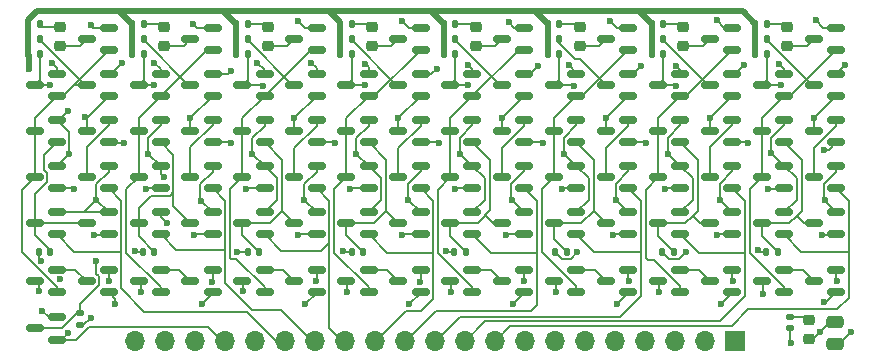
<source format=gbr>
%TF.GenerationSoftware,KiCad,Pcbnew,8.0.8*%
%TF.CreationDate,2025-10-03T14:44:34+02:00*%
%TF.ProjectId,REG8bit-SMD-V3.0,52454738-6269-4742-9d53-4d442d56332e,rev?*%
%TF.SameCoordinates,Original*%
%TF.FileFunction,Copper,L1,Top*%
%TF.FilePolarity,Positive*%
%FSLAX46Y46*%
G04 Gerber Fmt 4.6, Leading zero omitted, Abs format (unit mm)*
G04 Created by KiCad (PCBNEW 8.0.8) date 2025-10-03 14:44:34*
%MOMM*%
%LPD*%
G01*
G04 APERTURE LIST*
G04 Aperture macros list*
%AMRoundRect*
0 Rectangle with rounded corners*
0 $1 Rounding radius*
0 $2 $3 $4 $5 $6 $7 $8 $9 X,Y pos of 4 corners*
0 Add a 4 corners polygon primitive as box body*
4,1,4,$2,$3,$4,$5,$6,$7,$8,$9,$2,$3,0*
0 Add four circle primitives for the rounded corners*
1,1,$1+$1,$2,$3*
1,1,$1+$1,$4,$5*
1,1,$1+$1,$6,$7*
1,1,$1+$1,$8,$9*
0 Add four rect primitives between the rounded corners*
20,1,$1+$1,$2,$3,$4,$5,0*
20,1,$1+$1,$4,$5,$6,$7,0*
20,1,$1+$1,$6,$7,$8,$9,0*
20,1,$1+$1,$8,$9,$2,$3,0*%
G04 Aperture macros list end*
%TA.AperFunction,SMDPad,CuDef*%
%ADD10RoundRect,0.140000X-0.140000X-0.170000X0.140000X-0.170000X0.140000X0.170000X-0.140000X0.170000X0*%
%TD*%
%TA.AperFunction,SMDPad,CuDef*%
%ADD11RoundRect,0.150000X0.587500X0.150000X-0.587500X0.150000X-0.587500X-0.150000X0.587500X-0.150000X0*%
%TD*%
%TA.AperFunction,SMDPad,CuDef*%
%ADD12RoundRect,0.140000X0.170000X-0.140000X0.170000X0.140000X-0.170000X0.140000X-0.170000X-0.140000X0*%
%TD*%
%TA.AperFunction,SMDPad,CuDef*%
%ADD13RoundRect,0.220000X0.255000X-0.220000X0.255000X0.220000X-0.255000X0.220000X-0.255000X-0.220000X0*%
%TD*%
%TA.AperFunction,SMDPad,CuDef*%
%ADD14RoundRect,0.250000X0.475000X-0.250000X0.475000X0.250000X-0.475000X0.250000X-0.475000X-0.250000X0*%
%TD*%
%TA.AperFunction,ComponentPad*%
%ADD15O,1.700000X1.700000*%
%TD*%
%TA.AperFunction,ComponentPad*%
%ADD16R,1.700000X1.700000*%
%TD*%
%TA.AperFunction,ViaPad*%
%ADD17C,0.600000*%
%TD*%
%TA.AperFunction,Conductor*%
%ADD18C,0.200000*%
%TD*%
%TA.AperFunction,Conductor*%
%ADD19C,0.500000*%
%TD*%
G04 APERTURE END LIST*
D10*
%TO.P,R2,1*%
%TO.N,VCC*%
X51300000Y-124100000D03*
%TO.P,R2,2*%
%TO.N,Net-(Q2-D)*%
X52300000Y-124100000D03*
%TD*%
D11*
%TO.P,Q70,1,G*%
%TO.N,/R*%
X110037500Y-114850000D03*
%TO.P,Q70,2,S*%
%TO.N,Net-(Q70-S)*%
X110037500Y-112950000D03*
%TO.P,Q70,3,D*%
%TO.N,Net-(Q67-D)*%
X108162500Y-113900000D03*
%TD*%
D12*
%TO.P,R1,2*%
%TO.N,Net-(Q1-D)*%
X54800000Y-129300000D03*
%TO.P,R1,1*%
%TO.N,VCC*%
X54800000Y-130300000D03*
%TD*%
D11*
%TO.P,Q1,1,G*%
%TO.N,/R*%
X52837500Y-131550000D03*
%TO.P,Q1,2,S*%
%TO.N,Earth*%
X52837500Y-129650000D03*
%TO.P,Q1,3,D*%
%TO.N,Net-(Q1-D)*%
X50962500Y-130600000D03*
%TD*%
%TO.P,Q40,1,G*%
%TO.N,/R*%
X83637500Y-114850000D03*
%TO.P,Q40,2,S*%
%TO.N,Net-(Q40-S)*%
X83637500Y-112950000D03*
%TO.P,Q40,3,D*%
%TO.N,Net-(Q37-D)*%
X81762500Y-113900000D03*
%TD*%
%TO.P,Q25,1,G*%
%TO.N,/RST*%
X70437500Y-118750000D03*
%TO.P,Q25,2,S*%
%TO.N,Earth*%
X70437500Y-116850000D03*
%TO.P,Q25,3,D*%
%TO.N,Net-(Q24-D)*%
X68562500Y-117800000D03*
%TD*%
%TO.P,Q82,1,G*%
%TO.N,Net-(Q4-D)*%
X57237500Y-107050000D03*
%TO.P,Q82,2,S*%
%TO.N,Earth*%
X57237500Y-105150000D03*
%TO.P,Q82,3,D*%
%TO.N,Net-(Q82-D)*%
X55362500Y-106100000D03*
%TD*%
%TO.P,Q78,1,G*%
%TO.N,/W*%
X118837500Y-127550000D03*
%TO.P,Q78,2,S*%
%TO.N,Earth*%
X118837500Y-125650000D03*
%TO.P,Q78,3,D*%
%TO.N,Net-(Q76-S)*%
X116962500Y-126600000D03*
%TD*%
D10*
%TO.P,R22,1*%
%TO.N,VCC*%
X86500000Y-124100000D03*
%TO.P,R22,2*%
%TO.N,Net-(Q42-D)*%
X87500000Y-124100000D03*
%TD*%
D13*
%TO.P,D3,1*%
%TO.N,Net-(Q84-D)*%
X70700000Y-106690000D03*
%TO.P,D3,2*%
%TO.N,Net-(D3-Pad2)*%
X70700000Y-105110000D03*
%TD*%
D11*
%TO.P,Q13,1,G*%
%TO.N,Net-(Q1-D)*%
X66037500Y-122650000D03*
%TO.P,Q13,2,S*%
%TO.N,Earth*%
X66037500Y-120750000D03*
%TO.P,Q13,3,D*%
%TO.N,Net-(Q12-D)*%
X64162500Y-121700000D03*
%TD*%
%TO.P,Q68,1,G*%
%TO.N,/W*%
X110037500Y-127550000D03*
%TO.P,Q68,2,S*%
%TO.N,Earth*%
X110037500Y-125650000D03*
%TO.P,Q68,3,D*%
%TO.N,Net-(Q66-S)*%
X108162500Y-126600000D03*
%TD*%
D13*
%TO.P,D4,1*%
%TO.N,Net-(Q85-D)*%
X79500000Y-106690000D03*
%TO.P,D4,2*%
%TO.N,Net-(D4-Pad2)*%
X79500000Y-105110000D03*
%TD*%
D11*
%TO.P,Q86,1,G*%
%TO.N,Net-(Q44-D)*%
X92437500Y-107050000D03*
%TO.P,Q86,2,S*%
%TO.N,Earth*%
X92437500Y-105150000D03*
%TO.P,Q86,3,D*%
%TO.N,Net-(Q86-D)*%
X90562500Y-106100000D03*
%TD*%
D10*
%TO.P,R29,1*%
%TO.N,VCC*%
X94400000Y-107400000D03*
%TO.P,R29,2*%
%TO.N,Net-(Q57-D)*%
X95400000Y-107400000D03*
%TD*%
%TO.P,R4,1*%
%TO.N,VCC*%
X50400000Y-107400000D03*
%TO.P,R4,2*%
%TO.N,Net-(Q10-D)*%
X51400000Y-107400000D03*
%TD*%
D11*
%TO.P,Q52,1,G*%
%TO.N,Net-(J2-Pin_11)*%
X96837500Y-122650000D03*
%TO.P,Q52,2,S*%
%TO.N,Earth*%
X96837500Y-120750000D03*
%TO.P,Q52,3,D*%
%TO.N,Net-(Q52-D)*%
X94962500Y-121700000D03*
%TD*%
%TO.P,Q6,1,G*%
%TO.N,Net-(Q4-D)*%
X52837500Y-110950000D03*
%TO.P,Q6,2,S*%
%TO.N,Earth*%
X52837500Y-109050000D03*
%TO.P,Q6,3,D*%
%TO.N,Net-(Q10-D)*%
X50962500Y-110000000D03*
%TD*%
D10*
%TO.P,R7,1*%
%TO.N,VCC*%
X60100000Y-124100000D03*
%TO.P,R7,2*%
%TO.N,Net-(Q12-D)*%
X61100000Y-124100000D03*
%TD*%
D11*
%TO.P,Q59,1,G*%
%TO.N,Net-(Q57-D)*%
X101237500Y-110950000D03*
%TO.P,Q59,2,S*%
%TO.N,Earth*%
X101237500Y-109050000D03*
%TO.P,Q59,3,D*%
%TO.N,Net-(Q54-D)*%
X99362500Y-110000000D03*
%TD*%
D14*
%TO.P,C1,1*%
%TO.N,VCC*%
X118700000Y-131950000D03*
%TO.P,C1,2*%
%TO.N,Earth*%
X118700000Y-130050000D03*
%TD*%
D11*
%TO.P,Q58,1,G*%
%TO.N,/W*%
X101237500Y-127550000D03*
%TO.P,Q58,2,S*%
%TO.N,Earth*%
X101237500Y-125650000D03*
%TO.P,Q58,3,D*%
%TO.N,Net-(Q56-S)*%
X99362500Y-126600000D03*
%TD*%
%TO.P,Q88,1,G*%
%TO.N,Net-(Q64-D)*%
X110037500Y-107050000D03*
%TO.P,Q88,2,S*%
%TO.N,Earth*%
X110037500Y-105150000D03*
%TO.P,Q88,3,D*%
%TO.N,Net-(Q88-D)*%
X108162500Y-106100000D03*
%TD*%
%TO.P,Q10,1,G*%
%TO.N,/R*%
X57237500Y-114850000D03*
%TO.P,Q10,2,S*%
%TO.N,Net-(Q10-S)*%
X57237500Y-112950000D03*
%TO.P,Q10,3,D*%
%TO.N,Net-(Q10-D)*%
X55362500Y-113900000D03*
%TD*%
%TO.P,Q79,1,G*%
%TO.N,Net-(Q77-D)*%
X118837500Y-110950000D03*
%TO.P,Q79,2,S*%
%TO.N,Earth*%
X118837500Y-109050000D03*
%TO.P,Q79,3,D*%
%TO.N,Net-(Q74-D)*%
X116962500Y-110000000D03*
%TD*%
%TO.P,Q47,1,G*%
%TO.N,Net-(Q44-D)*%
X88037500Y-110950000D03*
%TO.P,Q47,2,S*%
%TO.N,Earth*%
X88037500Y-109050000D03*
%TO.P,Q47,3,D*%
%TO.N,Net-(Q47-D)*%
X86162500Y-110000000D03*
%TD*%
D10*
%TO.P,R37,1*%
%TO.N,VCC*%
X112900000Y-124100000D03*
%TO.P,R37,2*%
%TO.N,Net-(Q72-D)*%
X113900000Y-124100000D03*
%TD*%
D11*
%TO.P,Q75,1,G*%
%TO.N,/RST*%
X114437500Y-118750000D03*
%TO.P,Q75,2,S*%
%TO.N,Earth*%
X114437500Y-116850000D03*
%TO.P,Q75,3,D*%
%TO.N,Net-(Q74-D)*%
X112562500Y-117800000D03*
%TD*%
D10*
%TO.P,R32,1*%
%TO.N,VCC*%
X104100000Y-124100000D03*
%TO.P,R32,2*%
%TO.N,Net-(Q62-D)*%
X105100000Y-124100000D03*
%TD*%
D11*
%TO.P,Q8,1,G*%
%TO.N,Net-(Q4-D)*%
X52837500Y-127550000D03*
%TO.P,Q8,2,S*%
%TO.N,Net-(Q7-D)*%
X52837500Y-125650000D03*
%TO.P,Q8,3,D*%
%TO.N,Net-(J2-Pin_8)*%
X50962500Y-126600000D03*
%TD*%
D10*
%TO.P,R14,1*%
%TO.N,VCC*%
X68000000Y-107400000D03*
%TO.P,R14,2*%
%TO.N,Net-(Q27-D)*%
X69000000Y-107400000D03*
%TD*%
D11*
%TO.P,Q4,1,G*%
%TO.N,Net-(Q2-D)*%
X52837500Y-114850000D03*
%TO.P,Q4,2,S*%
%TO.N,Earth*%
X52837500Y-112950000D03*
%TO.P,Q4,3,D*%
%TO.N,Net-(Q4-D)*%
X50962500Y-113900000D03*
%TD*%
%TO.P,Q7,1,G*%
%TO.N,/W*%
X57237500Y-127550000D03*
%TO.P,Q7,2,S*%
%TO.N,Earth*%
X57237500Y-125650000D03*
%TO.P,Q7,3,D*%
%TO.N,Net-(Q7-D)*%
X55362500Y-126600000D03*
%TD*%
%TO.P,Q12,1,G*%
%TO.N,Net-(J2-Pin_15)*%
X61637500Y-122650000D03*
%TO.P,Q12,2,S*%
%TO.N,Earth*%
X61637500Y-120750000D03*
%TO.P,Q12,3,D*%
%TO.N,Net-(Q12-D)*%
X59762500Y-121700000D03*
%TD*%
D10*
%TO.P,R24,1*%
%TO.N,VCC*%
X85600000Y-107400000D03*
%TO.P,R24,2*%
%TO.N,Net-(Q47-D)*%
X86600000Y-107400000D03*
%TD*%
D11*
%TO.P,Q48,1,G*%
%TO.N,/W*%
X92437500Y-127550000D03*
%TO.P,Q48,2,S*%
%TO.N,Earth*%
X92437500Y-125650000D03*
%TO.P,Q48,3,D*%
%TO.N,Net-(Q46-S)*%
X90562500Y-126600000D03*
%TD*%
%TO.P,Q28,1,G*%
%TO.N,/W*%
X74837500Y-127550000D03*
%TO.P,Q28,2,S*%
%TO.N,Earth*%
X74837500Y-125650000D03*
%TO.P,Q28,3,D*%
%TO.N,Net-(Q26-S)*%
X72962500Y-126600000D03*
%TD*%
%TO.P,Q27,1,G*%
%TO.N,Net-(Q24-D)*%
X70437500Y-110950000D03*
%TO.P,Q27,2,S*%
%TO.N,Earth*%
X70437500Y-109050000D03*
%TO.P,Q27,3,D*%
%TO.N,Net-(Q27-D)*%
X68562500Y-110000000D03*
%TD*%
D13*
%TO.P,D8,1*%
%TO.N,Net-(Q89-D)*%
X114700000Y-106690000D03*
%TO.P,D8,2*%
%TO.N,Net-(D8-Pad2)*%
X114700000Y-105110000D03*
%TD*%
D11*
%TO.P,Q77,1,G*%
%TO.N,Net-(Q74-D)*%
X114437500Y-110950000D03*
%TO.P,Q77,2,S*%
%TO.N,Earth*%
X114437500Y-109050000D03*
%TO.P,Q77,3,D*%
%TO.N,Net-(Q77-D)*%
X112562500Y-110000000D03*
%TD*%
%TO.P,Q55,1,G*%
%TO.N,/RST*%
X96837500Y-118750000D03*
%TO.P,Q55,2,S*%
%TO.N,Earth*%
X96837500Y-116850000D03*
%TO.P,Q55,3,D*%
%TO.N,Net-(Q54-D)*%
X94962500Y-117800000D03*
%TD*%
%TO.P,Q62,1,G*%
%TO.N,Net-(J2-Pin_10)*%
X105637500Y-122650000D03*
%TO.P,Q62,2,S*%
%TO.N,Earth*%
X105637500Y-120750000D03*
%TO.P,Q62,3,D*%
%TO.N,Net-(Q62-D)*%
X103762500Y-121700000D03*
%TD*%
%TO.P,Q66,1,G*%
%TO.N,Net-(Q64-D)*%
X105637500Y-127550000D03*
%TO.P,Q66,2,S*%
%TO.N,Net-(Q66-S)*%
X105637500Y-125650000D03*
%TO.P,Q66,3,D*%
%TO.N,Net-(J2-Pin_2)*%
X103762500Y-126600000D03*
%TD*%
D10*
%TO.P,R10,1*%
%TO.N,VCC*%
X59200000Y-106100000D03*
%TO.P,R10,2*%
%TO.N,Net-(Q14-D)*%
X60200000Y-106100000D03*
%TD*%
D11*
%TO.P,Q34,1,G*%
%TO.N,Net-(Q32-D)*%
X79237500Y-114850000D03*
%TO.P,Q34,2,S*%
%TO.N,Earth*%
X79237500Y-112950000D03*
%TO.P,Q34,3,D*%
%TO.N,Net-(Q34-D)*%
X77362500Y-113900000D03*
%TD*%
D13*
%TO.P,D9,1*%
%TO.N,Earth*%
X116500000Y-131490000D03*
%TO.P,D9,2*%
%TO.N,Net-(D9-Pad2)*%
X116500000Y-129910000D03*
%TD*%
D11*
%TO.P,Q74,1,G*%
%TO.N,Net-(Q72-D)*%
X114437500Y-114850000D03*
%TO.P,Q74,2,S*%
%TO.N,Earth*%
X114437500Y-112950000D03*
%TO.P,Q74,3,D*%
%TO.N,Net-(Q74-D)*%
X112562500Y-113900000D03*
%TD*%
%TO.P,Q84,1,G*%
%TO.N,Net-(Q24-D)*%
X74837500Y-107050000D03*
%TO.P,Q84,2,S*%
%TO.N,Earth*%
X74837500Y-105150000D03*
%TO.P,Q84,3,D*%
%TO.N,Net-(Q84-D)*%
X72962500Y-106100000D03*
%TD*%
%TO.P,Q11,1,G*%
%TO.N,Net-(J2-Pin_16)*%
X57237500Y-118750000D03*
%TO.P,Q11,2,S*%
%TO.N,Earth*%
X57237500Y-116850000D03*
%TO.P,Q11,3,D*%
%TO.N,Net-(Q10-S)*%
X55362500Y-117800000D03*
%TD*%
%TO.P,Q24,1,G*%
%TO.N,Net-(Q22-D)*%
X70437500Y-114850000D03*
%TO.P,Q24,2,S*%
%TO.N,Earth*%
X70437500Y-112950000D03*
%TO.P,Q24,3,D*%
%TO.N,Net-(Q24-D)*%
X68562500Y-113900000D03*
%TD*%
%TO.P,Q14,1,G*%
%TO.N,Net-(Q12-D)*%
X61637500Y-114850000D03*
%TO.P,Q14,2,S*%
%TO.N,Earth*%
X61637500Y-112950000D03*
%TO.P,Q14,3,D*%
%TO.N,Net-(Q14-D)*%
X59762500Y-113900000D03*
%TD*%
%TO.P,Q83,1,G*%
%TO.N,Net-(Q14-D)*%
X66037500Y-107050000D03*
%TO.P,Q83,2,S*%
%TO.N,Earth*%
X66037500Y-105150000D03*
%TO.P,Q83,3,D*%
%TO.N,Net-(Q83-D)*%
X64162500Y-106100000D03*
%TD*%
%TO.P,Q3,1,G*%
%TO.N,Net-(Q1-D)*%
X57237500Y-122650000D03*
%TO.P,Q3,2,S*%
%TO.N,Earth*%
X57237500Y-120750000D03*
%TO.P,Q3,3,D*%
%TO.N,Net-(Q2-D)*%
X55362500Y-121700000D03*
%TD*%
%TO.P,Q23,1,G*%
%TO.N,Net-(Q1-D)*%
X74837500Y-122650000D03*
%TO.P,Q23,2,S*%
%TO.N,Earth*%
X74837500Y-120750000D03*
%TO.P,Q23,3,D*%
%TO.N,Net-(Q22-D)*%
X72962500Y-121700000D03*
%TD*%
%TO.P,Q61,1,G*%
%TO.N,Net-(J2-Pin_11)*%
X101237500Y-118750000D03*
%TO.P,Q61,2,S*%
%TO.N,Earth*%
X101237500Y-116850000D03*
%TO.P,Q61,3,D*%
%TO.N,Net-(Q60-S)*%
X99362500Y-117800000D03*
%TD*%
D10*
%TO.P,R49,1*%
%TO.N,VCC*%
X112000000Y-104800000D03*
%TO.P,R49,2*%
%TO.N,Net-(D8-Pad2)*%
X113000000Y-104800000D03*
%TD*%
D11*
%TO.P,Q81,1,G*%
%TO.N,Net-(J2-Pin_9)*%
X118837500Y-118750000D03*
%TO.P,Q81,2,S*%
%TO.N,Earth*%
X118837500Y-116850000D03*
%TO.P,Q81,3,D*%
%TO.N,Net-(Q80-S)*%
X116962500Y-117800000D03*
%TD*%
%TO.P,Q67,1,G*%
%TO.N,Net-(Q64-D)*%
X105637500Y-110950000D03*
%TO.P,Q67,2,S*%
%TO.N,Earth*%
X105637500Y-109050000D03*
%TO.P,Q67,3,D*%
%TO.N,Net-(Q67-D)*%
X103762500Y-110000000D03*
%TD*%
%TO.P,Q46,1,G*%
%TO.N,Net-(Q44-D)*%
X88037500Y-127550000D03*
%TO.P,Q46,2,S*%
%TO.N,Net-(Q46-S)*%
X88037500Y-125650000D03*
%TO.P,Q46,3,D*%
%TO.N,Net-(J2-Pin_4)*%
X86162500Y-126600000D03*
%TD*%
D10*
%TO.P,R9,1*%
%TO.N,VCC*%
X59200000Y-107400000D03*
%TO.P,R9,2*%
%TO.N,Net-(Q17-D)*%
X60200000Y-107400000D03*
%TD*%
D11*
%TO.P,Q2,1,G*%
%TO.N,Net-(J2-Pin_16)*%
X52837500Y-122650000D03*
%TO.P,Q2,2,S*%
%TO.N,Earth*%
X52837500Y-120750000D03*
%TO.P,Q2,3,D*%
%TO.N,Net-(Q2-D)*%
X50962500Y-121700000D03*
%TD*%
D10*
%TO.P,R25,1*%
%TO.N,VCC*%
X85600000Y-106100000D03*
%TO.P,R25,2*%
%TO.N,Net-(Q44-D)*%
X86600000Y-106100000D03*
%TD*%
D11*
%TO.P,Q17,1,G*%
%TO.N,Net-(Q14-D)*%
X61637500Y-110950000D03*
%TO.P,Q17,2,S*%
%TO.N,Earth*%
X61637500Y-109050000D03*
%TO.P,Q17,3,D*%
%TO.N,Net-(Q17-D)*%
X59762500Y-110000000D03*
%TD*%
%TO.P,Q30,1,G*%
%TO.N,/R*%
X74837500Y-114850000D03*
%TO.P,Q30,2,S*%
%TO.N,Net-(Q30-S)*%
X74837500Y-112950000D03*
%TO.P,Q30,3,D*%
%TO.N,Net-(Q27-D)*%
X72962500Y-113900000D03*
%TD*%
D10*
%TO.P,R5,1*%
%TO.N,VCC*%
X50400000Y-106100000D03*
%TO.P,R5,2*%
%TO.N,Net-(Q4-D)*%
X51400000Y-106100000D03*
%TD*%
%TO.P,R40,1*%
%TO.N,VCC*%
X112000000Y-106100000D03*
%TO.P,R40,2*%
%TO.N,Net-(Q74-D)*%
X113000000Y-106100000D03*
%TD*%
D11*
%TO.P,Q16,1,G*%
%TO.N,Net-(Q14-D)*%
X61637500Y-127550000D03*
%TO.P,Q16,2,S*%
%TO.N,Net-(Q16-S)*%
X61637500Y-125650000D03*
%TO.P,Q16,3,D*%
%TO.N,Net-(J2-Pin_7)*%
X59762500Y-126600000D03*
%TD*%
%TO.P,Q43,1,G*%
%TO.N,Net-(Q1-D)*%
X92437500Y-122650000D03*
%TO.P,Q43,2,S*%
%TO.N,Earth*%
X92437500Y-120750000D03*
%TO.P,Q43,3,D*%
%TO.N,Net-(Q42-D)*%
X90562500Y-121700000D03*
%TD*%
%TO.P,Q49,1,G*%
%TO.N,Net-(Q47-D)*%
X92437500Y-110950000D03*
%TO.P,Q49,2,S*%
%TO.N,Earth*%
X92437500Y-109050000D03*
%TO.P,Q49,3,D*%
%TO.N,Net-(Q44-D)*%
X90562500Y-110000000D03*
%TD*%
%TO.P,Q73,1,G*%
%TO.N,Net-(Q1-D)*%
X118837500Y-122650000D03*
%TO.P,Q73,2,S*%
%TO.N,Earth*%
X118837500Y-120750000D03*
%TO.P,Q73,3,D*%
%TO.N,Net-(Q72-D)*%
X116962500Y-121700000D03*
%TD*%
%TO.P,Q87,1,G*%
%TO.N,Net-(Q54-D)*%
X101237500Y-107050000D03*
%TO.P,Q87,2,S*%
%TO.N,Earth*%
X101237500Y-105150000D03*
%TO.P,Q87,3,D*%
%TO.N,Net-(Q87-D)*%
X99362500Y-106100000D03*
%TD*%
%TO.P,Q31,1,G*%
%TO.N,Net-(J2-Pin_14)*%
X74837500Y-118750000D03*
%TO.P,Q31,2,S*%
%TO.N,Earth*%
X74837500Y-116850000D03*
%TO.P,Q31,3,D*%
%TO.N,Net-(Q30-S)*%
X72962500Y-117800000D03*
%TD*%
%TO.P,Q35,1,G*%
%TO.N,/RST*%
X79237500Y-118750000D03*
%TO.P,Q35,2,S*%
%TO.N,Earth*%
X79237500Y-116850000D03*
%TO.P,Q35,3,D*%
%TO.N,Net-(Q34-D)*%
X77362500Y-117800000D03*
%TD*%
%TO.P,Q9,1,G*%
%TO.N,Net-(Q10-D)*%
X57237500Y-110950000D03*
%TO.P,Q9,2,S*%
%TO.N,Earth*%
X57237500Y-109050000D03*
%TO.P,Q9,3,D*%
%TO.N,Net-(Q4-D)*%
X55362500Y-110000000D03*
%TD*%
D10*
%TO.P,R42,1*%
%TO.N,VCC*%
X50400000Y-104800000D03*
%TO.P,R42,2*%
%TO.N,Net-(D1-Pad2)*%
X51400000Y-104800000D03*
%TD*%
%TO.P,R47,1*%
%TO.N,VCC*%
X94400000Y-104800000D03*
%TO.P,R47,2*%
%TO.N,Net-(D6-Pad2)*%
X95400000Y-104800000D03*
%TD*%
D11*
%TO.P,Q57,1,G*%
%TO.N,Net-(Q54-D)*%
X96837500Y-110950000D03*
%TO.P,Q57,2,S*%
%TO.N,Earth*%
X96837500Y-109050000D03*
%TO.P,Q57,3,D*%
%TO.N,Net-(Q57-D)*%
X94962500Y-110000000D03*
%TD*%
D13*
%TO.P,D1,1*%
%TO.N,Net-(Q82-D)*%
X53100000Y-106690000D03*
%TO.P,D1,2*%
%TO.N,Net-(D1-Pad2)*%
X53100000Y-105110000D03*
%TD*%
%TO.P,D6,1*%
%TO.N,Net-(Q87-D)*%
X97100000Y-106690000D03*
%TO.P,D6,2*%
%TO.N,Net-(D6-Pad2)*%
X97100000Y-105110000D03*
%TD*%
D11*
%TO.P,Q54,1,G*%
%TO.N,Net-(Q52-D)*%
X96837500Y-114850000D03*
%TO.P,Q54,2,S*%
%TO.N,Earth*%
X96837500Y-112950000D03*
%TO.P,Q54,3,D*%
%TO.N,Net-(Q54-D)*%
X94962500Y-113900000D03*
%TD*%
%TO.P,Q65,1,G*%
%TO.N,/RST*%
X105637500Y-118750000D03*
%TO.P,Q65,2,S*%
%TO.N,Earth*%
X105637500Y-116850000D03*
%TO.P,Q65,3,D*%
%TO.N,Net-(Q64-D)*%
X103762500Y-117800000D03*
%TD*%
D10*
%TO.P,R48,1*%
%TO.N,VCC*%
X103200000Y-104800000D03*
%TO.P,R48,2*%
%TO.N,Net-(D7-Pad2)*%
X104200000Y-104800000D03*
%TD*%
D11*
%TO.P,Q69,1,G*%
%TO.N,Net-(Q67-D)*%
X110037500Y-110950000D03*
%TO.P,Q69,2,S*%
%TO.N,Earth*%
X110037500Y-109050000D03*
%TO.P,Q69,3,D*%
%TO.N,Net-(Q64-D)*%
X108162500Y-110000000D03*
%TD*%
%TO.P,Q53,1,G*%
%TO.N,Net-(Q1-D)*%
X101237500Y-122650000D03*
%TO.P,Q53,2,S*%
%TO.N,Earth*%
X101237500Y-120750000D03*
%TO.P,Q53,3,D*%
%TO.N,Net-(Q52-D)*%
X99362500Y-121700000D03*
%TD*%
%TO.P,Q44,1,G*%
%TO.N,Net-(Q42-D)*%
X88037500Y-114850000D03*
%TO.P,Q44,2,S*%
%TO.N,Earth*%
X88037500Y-112950000D03*
%TO.P,Q44,3,D*%
%TO.N,Net-(Q44-D)*%
X86162500Y-113900000D03*
%TD*%
%TO.P,Q76,1,G*%
%TO.N,Net-(Q74-D)*%
X114437500Y-127550000D03*
%TO.P,Q76,2,S*%
%TO.N,Net-(Q76-S)*%
X114437500Y-125650000D03*
%TO.P,Q76,3,D*%
%TO.N,Net-(J2-Pin_1)*%
X112562500Y-126600000D03*
%TD*%
D10*
%TO.P,R27,1*%
%TO.N,VCC*%
X95000000Y-124100000D03*
%TO.P,R27,2*%
%TO.N,Net-(Q52-D)*%
X96000000Y-124100000D03*
%TD*%
%TO.P,R44,1*%
%TO.N,VCC*%
X68000000Y-104800000D03*
%TO.P,R44,2*%
%TO.N,Net-(D3-Pad2)*%
X69000000Y-104800000D03*
%TD*%
D11*
%TO.P,Q19,1,G*%
%TO.N,Net-(Q17-D)*%
X66037500Y-110950000D03*
%TO.P,Q19,2,S*%
%TO.N,Earth*%
X66037500Y-109050000D03*
%TO.P,Q19,3,D*%
%TO.N,Net-(Q14-D)*%
X64162500Y-110000000D03*
%TD*%
D13*
%TO.P,D5,1*%
%TO.N,Net-(Q86-D)*%
X88300000Y-106690000D03*
%TO.P,D5,2*%
%TO.N,Net-(D5-Pad2)*%
X88300000Y-105110000D03*
%TD*%
D11*
%TO.P,Q37,1,G*%
%TO.N,Net-(Q34-D)*%
X79237500Y-110950000D03*
%TO.P,Q37,2,S*%
%TO.N,Earth*%
X79237500Y-109050000D03*
%TO.P,Q37,3,D*%
%TO.N,Net-(Q37-D)*%
X77362500Y-110000000D03*
%TD*%
D13*
%TO.P,D7,1*%
%TO.N,Net-(Q88-D)*%
X105900000Y-106690000D03*
%TO.P,D7,2*%
%TO.N,Net-(D7-Pad2)*%
X105900000Y-105110000D03*
%TD*%
D10*
%TO.P,R17,1*%
%TO.N,VCC*%
X77800000Y-124100000D03*
%TO.P,R17,2*%
%TO.N,Net-(Q32-D)*%
X78800000Y-124100000D03*
%TD*%
%TO.P,R46,1*%
%TO.N,VCC*%
X85600000Y-104800000D03*
%TO.P,R46,2*%
%TO.N,Net-(D5-Pad2)*%
X86600000Y-104800000D03*
%TD*%
D13*
%TO.P,D2,1*%
%TO.N,Net-(Q83-D)*%
X61900000Y-106690000D03*
%TO.P,D2,2*%
%TO.N,Net-(D2-Pad2)*%
X61900000Y-105110000D03*
%TD*%
D10*
%TO.P,R43,1*%
%TO.N,VCC*%
X59200000Y-104800000D03*
%TO.P,R43,2*%
%TO.N,Net-(D2-Pad2)*%
X60200000Y-104800000D03*
%TD*%
D11*
%TO.P,Q15,1,G*%
%TO.N,/RST*%
X61637500Y-118750000D03*
%TO.P,Q15,2,S*%
%TO.N,Earth*%
X61637500Y-116850000D03*
%TO.P,Q15,3,D*%
%TO.N,Net-(Q14-D)*%
X59762500Y-117800000D03*
%TD*%
%TO.P,Q80,1,G*%
%TO.N,/R*%
X118837500Y-114850000D03*
%TO.P,Q80,2,S*%
%TO.N,Net-(Q80-S)*%
X118837500Y-112950000D03*
%TO.P,Q80,3,D*%
%TO.N,Net-(Q77-D)*%
X116962500Y-113900000D03*
%TD*%
D10*
%TO.P,R12,1*%
%TO.N,VCC*%
X69000000Y-124100000D03*
%TO.P,R12,2*%
%TO.N,Net-(Q22-D)*%
X70000000Y-124100000D03*
%TD*%
D11*
%TO.P,Q51,1,G*%
%TO.N,Net-(J2-Pin_12)*%
X92437500Y-118750000D03*
%TO.P,Q51,2,S*%
%TO.N,Earth*%
X92437500Y-116850000D03*
%TO.P,Q51,3,D*%
%TO.N,Net-(Q50-S)*%
X90562500Y-117800000D03*
%TD*%
%TO.P,Q63,1,G*%
%TO.N,Net-(Q1-D)*%
X110037500Y-122650000D03*
%TO.P,Q63,2,S*%
%TO.N,Earth*%
X110037500Y-120750000D03*
%TO.P,Q63,3,D*%
%TO.N,Net-(Q62-D)*%
X108162500Y-121700000D03*
%TD*%
D12*
%TO.P,R50,1*%
%TO.N,VCC*%
X114900000Y-130600000D03*
%TO.P,R50,2*%
%TO.N,Net-(D9-Pad2)*%
X114900000Y-129600000D03*
%TD*%
D10*
%TO.P,R30,1*%
%TO.N,VCC*%
X94400000Y-106100000D03*
%TO.P,R30,2*%
%TO.N,Net-(Q54-D)*%
X95400000Y-106100000D03*
%TD*%
D11*
%TO.P,Q41,1,G*%
%TO.N,Net-(J2-Pin_13)*%
X83637500Y-118750000D03*
%TO.P,Q41,2,S*%
%TO.N,Earth*%
X83637500Y-116850000D03*
%TO.P,Q41,3,D*%
%TO.N,Net-(Q40-S)*%
X81762500Y-117800000D03*
%TD*%
%TO.P,Q36,1,G*%
%TO.N,Net-(Q34-D)*%
X79237500Y-127550000D03*
%TO.P,Q36,2,S*%
%TO.N,Net-(Q36-S)*%
X79237500Y-125650000D03*
%TO.P,Q36,3,D*%
%TO.N,Net-(J2-Pin_5)*%
X77362500Y-126600000D03*
%TD*%
%TO.P,Q89,1,G*%
%TO.N,Net-(Q74-D)*%
X118837500Y-107050000D03*
%TO.P,Q89,2,S*%
%TO.N,Earth*%
X118837500Y-105150000D03*
%TO.P,Q89,3,D*%
%TO.N,Net-(Q89-D)*%
X116962500Y-106100000D03*
%TD*%
%TO.P,Q71,1,G*%
%TO.N,Net-(J2-Pin_10)*%
X110037500Y-118750000D03*
%TO.P,Q71,2,S*%
%TO.N,Earth*%
X110037500Y-116850000D03*
%TO.P,Q71,3,D*%
%TO.N,Net-(Q70-S)*%
X108162500Y-117800000D03*
%TD*%
D15*
%TO.P,J2,21,Pin_21*%
%TO.N,VCC*%
X59500000Y-131700000D03*
%TO.P,J2,20,Pin_20*%
%TO.N,Earth*%
X62040000Y-131700000D03*
%TO.P,J2,19,Pin_19*%
%TO.N,/RST*%
X64580000Y-131700000D03*
%TO.P,J2,18,Pin_18*%
%TO.N,/R*%
X67120000Y-131700000D03*
%TO.P,J2,17,Pin_17*%
%TO.N,/W*%
X69660000Y-131700000D03*
%TO.P,J2,16,Pin_16*%
%TO.N,Net-(J2-Pin_16)*%
X72200000Y-131700000D03*
%TO.P,J2,15,Pin_15*%
%TO.N,Net-(J2-Pin_15)*%
X74740000Y-131700000D03*
%TO.P,J2,14,Pin_14*%
%TO.N,Net-(J2-Pin_14)*%
X77280000Y-131700000D03*
%TO.P,J2,13,Pin_13*%
%TO.N,Net-(J2-Pin_13)*%
X79820000Y-131700000D03*
%TO.P,J2,12,Pin_12*%
%TO.N,Net-(J2-Pin_12)*%
X82360000Y-131700000D03*
%TO.P,J2,11,Pin_11*%
%TO.N,Net-(J2-Pin_11)*%
X84900000Y-131700000D03*
%TO.P,J2,10,Pin_10*%
%TO.N,Net-(J2-Pin_10)*%
X87440000Y-131700000D03*
%TO.P,J2,9,Pin_9*%
%TO.N,Net-(J2-Pin_9)*%
X89980000Y-131700000D03*
%TO.P,J2,8,Pin_8*%
%TO.N,Net-(J2-Pin_8)*%
X92520000Y-131700000D03*
%TO.P,J2,7,Pin_7*%
%TO.N,Net-(J2-Pin_7)*%
X95060000Y-131700000D03*
%TO.P,J2,6,Pin_6*%
%TO.N,Net-(J2-Pin_6)*%
X97600000Y-131700000D03*
%TO.P,J2,5,Pin_5*%
%TO.N,Net-(J2-Pin_5)*%
X100140000Y-131700000D03*
%TO.P,J2,4,Pin_4*%
%TO.N,Net-(J2-Pin_4)*%
X102680000Y-131700000D03*
%TO.P,J2,3,Pin_3*%
%TO.N,Net-(J2-Pin_3)*%
X105220000Y-131700000D03*
%TO.P,J2,2,Pin_2*%
%TO.N,Net-(J2-Pin_2)*%
X107760000Y-131700000D03*
D16*
%TO.P,J2,1,Pin_1*%
%TO.N,Net-(J2-Pin_1)*%
X110300000Y-131700000D03*
%TD*%
D10*
%TO.P,R15,1*%
%TO.N,VCC*%
X68000000Y-106100000D03*
%TO.P,R15,2*%
%TO.N,Net-(Q24-D)*%
X69000000Y-106100000D03*
%TD*%
D11*
%TO.P,Q50,1,G*%
%TO.N,/R*%
X92437500Y-114850000D03*
%TO.P,Q50,2,S*%
%TO.N,Net-(Q50-S)*%
X92437500Y-112950000D03*
%TO.P,Q50,3,D*%
%TO.N,Net-(Q47-D)*%
X90562500Y-113900000D03*
%TD*%
%TO.P,Q29,1,G*%
%TO.N,Net-(Q27-D)*%
X74837500Y-110950000D03*
%TO.P,Q29,2,S*%
%TO.N,Earth*%
X74837500Y-109050000D03*
%TO.P,Q29,3,D*%
%TO.N,Net-(Q24-D)*%
X72962500Y-110000000D03*
%TD*%
D10*
%TO.P,R35,1*%
%TO.N,VCC*%
X103200000Y-106100000D03*
%TO.P,R35,2*%
%TO.N,Net-(Q64-D)*%
X104200000Y-106100000D03*
%TD*%
D11*
%TO.P,Q38,1,G*%
%TO.N,/W*%
X83637500Y-127550000D03*
%TO.P,Q38,2,S*%
%TO.N,Earth*%
X83637500Y-125650000D03*
%TO.P,Q38,3,D*%
%TO.N,Net-(Q36-S)*%
X81762500Y-126600000D03*
%TD*%
D10*
%TO.P,R45,1*%
%TO.N,VCC*%
X76800000Y-104800000D03*
%TO.P,R45,2*%
%TO.N,Net-(D4-Pad2)*%
X77800000Y-104800000D03*
%TD*%
%TO.P,R19,1*%
%TO.N,VCC*%
X76800000Y-107400000D03*
%TO.P,R19,2*%
%TO.N,Net-(Q37-D)*%
X77800000Y-107400000D03*
%TD*%
%TO.P,R34,1*%
%TO.N,VCC*%
X103200000Y-107400000D03*
%TO.P,R34,2*%
%TO.N,Net-(Q67-D)*%
X104200000Y-107400000D03*
%TD*%
D11*
%TO.P,Q26,1,G*%
%TO.N,Net-(Q24-D)*%
X70437500Y-127550000D03*
%TO.P,Q26,2,S*%
%TO.N,Net-(Q26-S)*%
X70437500Y-125650000D03*
%TO.P,Q26,3,D*%
%TO.N,Net-(J2-Pin_6)*%
X68562500Y-126600000D03*
%TD*%
%TO.P,Q5,1,G*%
%TO.N,/RST*%
X52837500Y-118750000D03*
%TO.P,Q5,2,S*%
%TO.N,Earth*%
X52837500Y-116850000D03*
%TO.P,Q5,3,D*%
%TO.N,Net-(Q4-D)*%
X50962500Y-117800000D03*
%TD*%
%TO.P,Q60,1,G*%
%TO.N,/R*%
X101237500Y-114850000D03*
%TO.P,Q60,2,S*%
%TO.N,Net-(Q60-S)*%
X101237500Y-112950000D03*
%TO.P,Q60,3,D*%
%TO.N,Net-(Q57-D)*%
X99362500Y-113900000D03*
%TD*%
D10*
%TO.P,R39,1*%
%TO.N,VCC*%
X112000000Y-107400000D03*
%TO.P,R39,2*%
%TO.N,Net-(Q77-D)*%
X113000000Y-107400000D03*
%TD*%
D11*
%TO.P,Q18,1,G*%
%TO.N,/W*%
X66037500Y-127550000D03*
%TO.P,Q18,2,S*%
%TO.N,Earth*%
X66037500Y-125650000D03*
%TO.P,Q18,3,D*%
%TO.N,Net-(Q16-S)*%
X64162500Y-126600000D03*
%TD*%
%TO.P,Q39,1,G*%
%TO.N,Net-(Q37-D)*%
X83637500Y-110950000D03*
%TO.P,Q39,2,S*%
%TO.N,Earth*%
X83637500Y-109050000D03*
%TO.P,Q39,3,D*%
%TO.N,Net-(Q34-D)*%
X81762500Y-110000000D03*
%TD*%
%TO.P,Q56,1,G*%
%TO.N,Net-(Q54-D)*%
X96837500Y-127550000D03*
%TO.P,Q56,2,S*%
%TO.N,Net-(Q56-S)*%
X96837500Y-125650000D03*
%TO.P,Q56,3,D*%
%TO.N,Net-(J2-Pin_3)*%
X94962500Y-126600000D03*
%TD*%
%TO.P,Q72,1,G*%
%TO.N,Net-(J2-Pin_9)*%
X114437500Y-122650000D03*
%TO.P,Q72,2,S*%
%TO.N,Earth*%
X114437500Y-120750000D03*
%TO.P,Q72,3,D*%
%TO.N,Net-(Q72-D)*%
X112562500Y-121700000D03*
%TD*%
D10*
%TO.P,R20,1*%
%TO.N,VCC*%
X76800000Y-106100000D03*
%TO.P,R20,2*%
%TO.N,Net-(Q34-D)*%
X77800000Y-106100000D03*
%TD*%
D11*
%TO.P,Q64,1,G*%
%TO.N,Net-(Q62-D)*%
X105637500Y-114850000D03*
%TO.P,Q64,2,S*%
%TO.N,Earth*%
X105637500Y-112950000D03*
%TO.P,Q64,3,D*%
%TO.N,Net-(Q64-D)*%
X103762500Y-113900000D03*
%TD*%
%TO.P,Q85,1,G*%
%TO.N,Net-(Q34-D)*%
X83637500Y-107050000D03*
%TO.P,Q85,2,S*%
%TO.N,Earth*%
X83637500Y-105150000D03*
%TO.P,Q85,3,D*%
%TO.N,Net-(Q85-D)*%
X81762500Y-106100000D03*
%TD*%
%TO.P,Q45,1,G*%
%TO.N,/RST*%
X88037500Y-118750000D03*
%TO.P,Q45,2,S*%
%TO.N,Earth*%
X88037500Y-116850000D03*
%TO.P,Q45,3,D*%
%TO.N,Net-(Q44-D)*%
X86162500Y-117800000D03*
%TD*%
%TO.P,Q20,1,G*%
%TO.N,/R*%
X66037500Y-114850000D03*
%TO.P,Q20,2,S*%
%TO.N,Net-(Q20-S)*%
X66037500Y-112950000D03*
%TO.P,Q20,3,D*%
%TO.N,Net-(Q17-D)*%
X64162500Y-113900000D03*
%TD*%
%TO.P,Q21,1,G*%
%TO.N,Net-(J2-Pin_15)*%
X66037500Y-118750000D03*
%TO.P,Q21,2,S*%
%TO.N,Earth*%
X66037500Y-116850000D03*
%TO.P,Q21,3,D*%
%TO.N,Net-(Q20-S)*%
X64162500Y-117800000D03*
%TD*%
%TO.P,Q42,1,G*%
%TO.N,Net-(J2-Pin_12)*%
X88037500Y-122650000D03*
%TO.P,Q42,2,S*%
%TO.N,Earth*%
X88037500Y-120750000D03*
%TO.P,Q42,3,D*%
%TO.N,Net-(Q42-D)*%
X86162500Y-121700000D03*
%TD*%
%TO.P,Q33,1,G*%
%TO.N,Net-(Q1-D)*%
X83637500Y-122650000D03*
%TO.P,Q33,2,S*%
%TO.N,Earth*%
X83637500Y-120750000D03*
%TO.P,Q33,3,D*%
%TO.N,Net-(Q32-D)*%
X81762500Y-121700000D03*
%TD*%
%TO.P,Q32,1,G*%
%TO.N,Net-(J2-Pin_13)*%
X79237500Y-122650000D03*
%TO.P,Q32,2,S*%
%TO.N,Earth*%
X79237500Y-120750000D03*
%TO.P,Q32,3,D*%
%TO.N,Net-(Q32-D)*%
X77362500Y-121700000D03*
%TD*%
%TO.P,Q22,1,G*%
%TO.N,Net-(J2-Pin_14)*%
X70437500Y-122650000D03*
%TO.P,Q22,2,S*%
%TO.N,Earth*%
X70437500Y-120750000D03*
%TO.P,Q22,3,D*%
%TO.N,Net-(Q22-D)*%
X68562500Y-121700000D03*
%TD*%
D17*
%TO.N,VCC*%
X112169541Y-123980459D03*
X50500000Y-108600000D03*
X85819541Y-124030459D03*
X77034541Y-124045459D03*
X68127015Y-124114892D03*
X106100000Y-124150000D03*
X96900000Y-124150000D03*
X115000000Y-131800000D03*
X120100000Y-130900000D03*
X59432041Y-124042959D03*
X51500000Y-124900000D03*
X55700000Y-129700000D03*
X53100000Y-126449999D03*
%TO.N,Earth*%
X117843750Y-119756250D03*
X109000000Y-119700000D03*
X100200000Y-119712500D03*
X91100000Y-104700000D03*
X65093750Y-119806250D03*
X51600000Y-129100000D03*
X113340552Y-115753052D03*
X104600000Y-115812500D03*
X95800000Y-115812500D03*
X87000000Y-115812500D03*
X91393750Y-119706250D03*
X73800000Y-119712500D03*
X117500000Y-130900000D03*
X118900000Y-126600000D03*
X110100000Y-126600000D03*
X101300000Y-126600000D03*
X92400000Y-126600000D03*
X83600000Y-126700000D03*
X74800000Y-126600000D03*
X66000000Y-126700000D03*
X57300000Y-126600000D03*
X60600000Y-115812500D03*
X69400000Y-115812500D03*
X78200000Y-115812500D03*
X82600000Y-119712500D03*
X61900000Y-117800000D03*
X62200000Y-121700000D03*
X53875000Y-115812500D03*
X56200000Y-119712500D03*
X53800000Y-112200000D03*
X52400000Y-108100000D03*
X58400000Y-108100000D03*
X61100000Y-108100000D03*
X67600000Y-108800000D03*
X69800000Y-108100000D03*
X74400000Y-108100000D03*
X78922492Y-108177508D03*
X87700000Y-108300000D03*
X85000000Y-108600000D03*
X93600000Y-108400000D03*
X96200000Y-108300000D03*
X102300000Y-108400000D03*
X105300000Y-108400000D03*
X111000000Y-108300000D03*
X114000000Y-108200000D03*
X119600000Y-108300000D03*
X117100000Y-104500000D03*
X108700000Y-104500000D03*
X99700000Y-104600000D03*
X82100000Y-104600000D03*
X73300000Y-104600000D03*
X64400000Y-104800000D03*
X55700000Y-104900000D03*
%TO.N,/R*%
X67600000Y-114900000D03*
X76400000Y-114900000D03*
X85200000Y-114900000D03*
X94000000Y-114900000D03*
X102700000Y-114900000D03*
X111400000Y-114900000D03*
X117800000Y-115500000D03*
X58500000Y-114900000D03*
X53800000Y-131000000D03*
%TO.N,Net-(Q1-D)*%
X56200000Y-124900000D03*
X64500000Y-122700000D03*
X73300000Y-122700000D03*
X82100000Y-122700000D03*
X90900000Y-122700000D03*
X99900000Y-122700000D03*
X108700000Y-122700000D03*
X117600000Y-122700000D03*
X56000000Y-122700000D03*
%TO.N,Net-(Q77-D)*%
X114200000Y-110000000D03*
X116962500Y-112825000D03*
%TO.N,Net-(Q67-D)*%
X108162500Y-112825000D03*
X105300000Y-110100000D03*
%TO.N,Net-(Q57-D)*%
X99362500Y-112825000D03*
X96600000Y-110100000D03*
%TO.N,Net-(Q47-D)*%
X90562500Y-112825000D03*
X87700000Y-110000000D03*
%TO.N,Net-(Q37-D)*%
X81762500Y-112825000D03*
X78900000Y-110000000D03*
%TO.N,Net-(Q27-D)*%
X72962500Y-112825000D03*
X70300000Y-110100000D03*
%TO.N,Net-(Q17-D)*%
X64162500Y-112825000D03*
X61100000Y-110000000D03*
%TO.N,/RST*%
X104300000Y-118800000D03*
X68900000Y-118800000D03*
X77700000Y-118800000D03*
X54300000Y-118800000D03*
X60400000Y-118800000D03*
X113100000Y-118800000D03*
X95600000Y-118800000D03*
X86600000Y-118800000D03*
%TO.N,Net-(Q10-D)*%
X52300000Y-110000000D03*
X55200000Y-112700000D03*
%TO.N,Net-(J2-Pin_1)*%
X112600000Y-127700000D03*
%TO.N,Net-(J2-Pin_3)*%
X95100000Y-127500000D03*
%TO.N,/W*%
X73900000Y-128500000D03*
X109100000Y-128500000D03*
X117800000Y-128400000D03*
X65100000Y-128500000D03*
X91500000Y-128500000D03*
X57800000Y-128500000D03*
X82700000Y-128500000D03*
X100300000Y-128500000D03*
%TO.N,Net-(J2-Pin_2)*%
X103800000Y-127500000D03*
%TO.N,Net-(J2-Pin_4)*%
X86200000Y-127500000D03*
%TO.N,Net-(J2-Pin_8)*%
X51300000Y-127400000D03*
%TO.N,Net-(J2-Pin_7)*%
X60000000Y-127500000D03*
%TO.N,Net-(J2-Pin_6)*%
X68600000Y-127400000D03*
%TO.N,Net-(J2-Pin_5)*%
X77400000Y-127500000D03*
%TD*%
D18*
%TO.N,VCC*%
X112900000Y-124100000D02*
X112289082Y-124100000D01*
X112289082Y-124100000D02*
X112169541Y-123980459D01*
D19*
X59200000Y-104800000D02*
X59200000Y-107400000D01*
X58200000Y-103800000D02*
X59200000Y-104800000D01*
X58200000Y-103750000D02*
X58200000Y-103800000D01*
X58200000Y-103750000D02*
X66800000Y-103750000D01*
X51140001Y-103750000D02*
X58200000Y-103750000D01*
X68000000Y-104800000D02*
X68000000Y-107400000D01*
X66800000Y-103750000D02*
X66950000Y-103750000D01*
X66800000Y-103750000D02*
X75900000Y-103750000D01*
X66950000Y-103750000D02*
X68000000Y-104800000D01*
X76800000Y-104800000D02*
X76800000Y-107400000D01*
X76800000Y-104650000D02*
X76800000Y-104800000D01*
X75900000Y-103750000D02*
X84400000Y-103750000D01*
X75900000Y-103750000D02*
X76800000Y-104650000D01*
X85600000Y-104800000D02*
X85600000Y-107400000D01*
X84550000Y-103750000D02*
X85600000Y-104800000D01*
X84400000Y-103750000D02*
X93100000Y-103750000D01*
X84400000Y-103750000D02*
X84550000Y-103750000D01*
X94400000Y-104800000D02*
X94400000Y-107400000D01*
X93350000Y-103750000D02*
X94400000Y-104800000D01*
X93100000Y-103750000D02*
X102100000Y-103750000D01*
X93100000Y-103750000D02*
X93350000Y-103750000D01*
X103200000Y-104800000D02*
X103200000Y-107400000D01*
X102150000Y-103750000D02*
X103200000Y-104800000D01*
X102100000Y-103750000D02*
X102150000Y-103750000D01*
X102100000Y-103750000D02*
X110950000Y-103750000D01*
X112000000Y-104800000D02*
X112000000Y-107400000D01*
X50400000Y-104490001D02*
X51140001Y-103750000D01*
X50400000Y-104800000D02*
X50400000Y-104490001D01*
X110950000Y-103750000D02*
X112000000Y-104800000D01*
X50400000Y-107400000D02*
X50400000Y-104800000D01*
X50500000Y-107500000D02*
X50400000Y-107400000D01*
X50500000Y-108600000D02*
X50500000Y-107500000D01*
D18*
X85889082Y-124100000D02*
X85819541Y-124030459D01*
X86500000Y-124100000D02*
X85889082Y-124100000D01*
X77089082Y-124100000D02*
X77034541Y-124045459D01*
X77800000Y-124100000D02*
X77089082Y-124100000D01*
X68141907Y-124100000D02*
X68127015Y-124114892D01*
X69000000Y-124100000D02*
X68141907Y-124100000D01*
X104710000Y-124710000D02*
X105540000Y-124710000D01*
X104100000Y-124100000D02*
X104710000Y-124710000D01*
X105540000Y-124710000D02*
X106100000Y-124150000D01*
X96340000Y-124710000D02*
X96900000Y-124150000D01*
X95610000Y-124710000D02*
X96340000Y-124710000D01*
X95000000Y-124100000D02*
X95610000Y-124710000D01*
%TO.N,Net-(J2-Pin_9)*%
X119875000Y-128025000D02*
X119875000Y-124100000D01*
X118900000Y-129000000D02*
X119875000Y-128025000D01*
X111400000Y-129000000D02*
X118900000Y-129000000D01*
X110000000Y-130400000D02*
X111400000Y-129000000D01*
X91240000Y-130400000D02*
X110000000Y-130400000D01*
X89840000Y-131800000D02*
X91240000Y-130400000D01*
%TO.N,VCC*%
X114900000Y-131700000D02*
X115000000Y-131800000D01*
X114900000Y-130600000D02*
X114900000Y-131700000D01*
X119050000Y-131950000D02*
X120100000Y-130900000D01*
X118700000Y-131950000D02*
X119050000Y-131950000D01*
%TO.N,Net-(J2-Pin_12)*%
X93525000Y-128595000D02*
X93525000Y-124220000D01*
X93020000Y-129100000D02*
X93525000Y-128595000D01*
X84920000Y-129100000D02*
X93020000Y-129100000D01*
X82220000Y-131800000D02*
X84920000Y-129100000D01*
%TO.N,Net-(J2-Pin_11)*%
X102275000Y-127890552D02*
X102275000Y-124100000D01*
X100565552Y-129600000D02*
X102275000Y-127890552D01*
X86960000Y-129600000D02*
X100565552Y-129600000D01*
X84760000Y-131800000D02*
X86960000Y-129600000D01*
%TO.N,Net-(J2-Pin_10)*%
X108965552Y-130000000D02*
X111075000Y-127890552D01*
X89100000Y-130000000D02*
X108965552Y-130000000D01*
X87300000Y-131800000D02*
X89100000Y-130000000D01*
X111075000Y-127890552D02*
X111075000Y-124200000D01*
%TO.N,Net-(J2-Pin_13)*%
X82800000Y-129100000D02*
X83700000Y-129100000D01*
X79680000Y-131800000D02*
X82380000Y-129100000D01*
X82380000Y-129100000D02*
X82800000Y-129100000D01*
%TO.N,/R*%
X54486134Y-131550000D02*
X52837500Y-131550000D01*
X55536134Y-130500000D02*
X54486134Y-131550000D01*
X65680000Y-130500000D02*
X55536134Y-130500000D01*
X66980000Y-131800000D02*
X65680000Y-130500000D01*
%TO.N,Net-(J2-Pin_13)*%
X83700000Y-129100000D02*
X84675000Y-128125000D01*
X84675000Y-128125000D02*
X84675000Y-124180000D01*
%TO.N,Net-(J2-Pin_14)*%
X75875000Y-130555000D02*
X77120000Y-131800000D01*
X75875000Y-123375000D02*
X75875000Y-130555000D01*
X75875000Y-119787500D02*
X74837500Y-118750000D01*
X75900000Y-123400000D02*
X75875000Y-123375000D01*
X75875000Y-123375000D02*
X75875000Y-119787500D01*
X75240000Y-124060000D02*
X75900000Y-123400000D01*
X71847500Y-124060000D02*
X75240000Y-124060000D01*
X70437500Y-122650000D02*
X71847500Y-124060000D01*
%TO.N,Net-(J2-Pin_16)*%
X60265552Y-129200000D02*
X68985785Y-129200000D01*
X58275000Y-127209448D02*
X60265552Y-129200000D01*
X68985785Y-129200000D02*
X71585785Y-131800000D01*
X58275000Y-124150000D02*
X58275000Y-127209448D01*
X71585785Y-131800000D02*
X72060000Y-131800000D01*
%TO.N,Net-(J2-Pin_15)*%
X69391471Y-129040000D02*
X67075000Y-126723529D01*
X67075000Y-126723529D02*
X67075000Y-123990000D01*
X71840000Y-129040000D02*
X69391471Y-129040000D01*
X74600000Y-131800000D02*
X71840000Y-129040000D01*
%TO.N,VCC*%
X59489082Y-124100000D02*
X59432041Y-124042959D01*
X60100000Y-124100000D02*
X59489082Y-124100000D01*
X51300000Y-124700000D02*
X51500000Y-124900000D01*
X51300000Y-124100000D02*
X51300000Y-124700000D01*
X55100000Y-130300000D02*
X55700000Y-129700000D01*
X54800000Y-130300000D02*
X55100000Y-130300000D01*
%TO.N,Earth*%
X118837500Y-117362500D02*
X118837500Y-116850000D01*
X117800000Y-118400000D02*
X118837500Y-117362500D01*
X117800000Y-119712500D02*
X117800000Y-118400000D01*
X118837500Y-120750000D02*
X117800000Y-119712500D01*
X110037500Y-117303052D02*
X110037500Y-116850000D01*
X109000000Y-119712500D02*
X109000000Y-118340552D01*
X109000000Y-118340552D02*
X110037500Y-117303052D01*
X110037500Y-120750000D02*
X109000000Y-119712500D01*
X101237500Y-120750000D02*
X100200000Y-119712500D01*
X91550000Y-105150000D02*
X91100000Y-104700000D01*
X92437500Y-105150000D02*
X91550000Y-105150000D01*
X66037500Y-120750000D02*
X65093750Y-119806250D01*
X65000000Y-119712500D02*
X65093750Y-119806250D01*
X52150000Y-129650000D02*
X51600000Y-129100000D01*
X52837500Y-129650000D02*
X52150000Y-129650000D01*
X100200000Y-118340552D02*
X101237500Y-117303052D01*
X100200000Y-119712500D02*
X100200000Y-118340552D01*
X101237500Y-117303052D02*
X101237500Y-116850000D01*
X106675000Y-117887500D02*
X105637500Y-116850000D01*
X106675000Y-119712500D02*
X106675000Y-117887500D01*
X105637500Y-120750000D02*
X106675000Y-119712500D01*
%TO.N,Net-(Q62-D)*%
X107100000Y-116312500D02*
X105637500Y-114850000D01*
X107100000Y-120665552D02*
X107100000Y-116312500D01*
X106675000Y-121090552D02*
X107100000Y-120665552D01*
%TO.N,Earth*%
X115475000Y-117887500D02*
X115475000Y-119712500D01*
X114437500Y-116850000D02*
X115475000Y-117887500D01*
X115475000Y-119712500D02*
X114437500Y-120750000D01*
%TO.N,Net-(Q72-D)*%
X115900000Y-120665552D02*
X115900000Y-116312500D01*
X115475000Y-121090552D02*
X115900000Y-120665552D01*
X115900000Y-116312500D02*
X114437500Y-114850000D01*
%TO.N,Earth*%
X114437500Y-113403052D02*
X114437500Y-112950000D01*
X113340552Y-114500000D02*
X114437500Y-113403052D01*
X113340552Y-115753052D02*
X113340552Y-114500000D01*
X114437500Y-116850000D02*
X113340552Y-115753052D01*
X104600000Y-114440552D02*
X105637500Y-113403052D01*
X105637500Y-113403052D02*
X105637500Y-112950000D01*
X104600000Y-115812500D02*
X104600000Y-114440552D01*
X105637500Y-116850000D02*
X104600000Y-115812500D01*
X95800000Y-114440552D02*
X96837500Y-113403052D01*
X95800000Y-115812500D02*
X95800000Y-114440552D01*
X96837500Y-113403052D02*
X96837500Y-112950000D01*
X96837500Y-116850000D02*
X95800000Y-115812500D01*
%TO.N,Net-(Q22-D)*%
X70865552Y-121700000D02*
X71925000Y-120640552D01*
X71925000Y-120640552D02*
X71925000Y-120500000D01*
X71925000Y-120500000D02*
X71925000Y-116337500D01*
X71925000Y-120662500D02*
X71925000Y-120500000D01*
X68562500Y-121700000D02*
X70865552Y-121700000D01*
%TO.N,Earth*%
X71475000Y-119712500D02*
X71475000Y-117887500D01*
X70437500Y-120750000D02*
X71475000Y-119712500D01*
X71475000Y-117887500D02*
X70437500Y-116850000D01*
%TO.N,Net-(Q22-D)*%
X71925000Y-116337500D02*
X70437500Y-114850000D01*
X72962500Y-121700000D02*
X71925000Y-120662500D01*
%TO.N,Net-(Q32-D)*%
X80700000Y-120665552D02*
X80700000Y-120637500D01*
X77362500Y-121700000D02*
X79665552Y-121700000D01*
X79665552Y-121700000D02*
X80700000Y-120665552D01*
%TO.N,Earth*%
X88037500Y-113403052D02*
X88037500Y-112950000D01*
X87000000Y-114440552D02*
X88037500Y-113403052D01*
X87000000Y-115812500D02*
X87000000Y-114440552D01*
X88037500Y-116850000D02*
X87000000Y-115812500D01*
X80275000Y-117887500D02*
X79237500Y-116850000D01*
X79237500Y-120750000D02*
X80275000Y-119712500D01*
X80275000Y-119712500D02*
X80275000Y-117887500D01*
%TO.N,Net-(Q32-D)*%
X80700000Y-116312500D02*
X79237500Y-114850000D01*
X81762500Y-121700000D02*
X80700000Y-120637500D01*
X80700000Y-120637500D02*
X80700000Y-116312500D01*
%TO.N,Earth*%
X89075000Y-119712500D02*
X89075000Y-117887500D01*
X89075000Y-117887500D02*
X88037500Y-116850000D01*
X88037500Y-120750000D02*
X89075000Y-119712500D01*
%TO.N,Net-(Q42-D)*%
X89500000Y-116312500D02*
X88037500Y-114850000D01*
X89075000Y-121000000D02*
X89500000Y-120575000D01*
X89500000Y-120575000D02*
X89500000Y-116312500D01*
%TO.N,Earth*%
X97875000Y-119712500D02*
X97875000Y-117887500D01*
X96837500Y-120750000D02*
X97875000Y-119712500D01*
X97875000Y-117887500D02*
X96837500Y-116850000D01*
X92437500Y-117303052D02*
X92437500Y-116850000D01*
X91340552Y-118400000D02*
X92437500Y-117303052D01*
X91340552Y-119653052D02*
X91340552Y-118400000D01*
X92437500Y-120750000D02*
X91340552Y-119653052D01*
X73800000Y-118409448D02*
X73800000Y-119712500D01*
X74837500Y-117371948D02*
X73800000Y-118409448D01*
X74837500Y-116850000D02*
X74837500Y-117371948D01*
X116910000Y-131490000D02*
X117500000Y-130900000D01*
X116500000Y-131490000D02*
X116910000Y-131490000D01*
X118350000Y-130050000D02*
X117500000Y-130900000D01*
X118700000Y-130350000D02*
X118350000Y-130350000D01*
X118837500Y-126537500D02*
X118900000Y-126600000D01*
X118837500Y-125650000D02*
X118837500Y-126537500D01*
X110037500Y-126537500D02*
X110100000Y-126600000D01*
X110037500Y-125650000D02*
X110037500Y-126537500D01*
X101237500Y-126537500D02*
X101300000Y-126600000D01*
X101237500Y-125650000D02*
X101237500Y-126537500D01*
X92437500Y-126562500D02*
X92400000Y-126600000D01*
X92437500Y-125650000D02*
X92437500Y-126562500D01*
X83637500Y-126662500D02*
X83600000Y-126700000D01*
X83637500Y-125650000D02*
X83637500Y-126662500D01*
X74837500Y-126562500D02*
X74800000Y-126600000D01*
X74837500Y-125650000D02*
X74837500Y-126562500D01*
X66037500Y-126662500D02*
X66000000Y-126700000D01*
X66037500Y-125650000D02*
X66037500Y-126662500D01*
X57237500Y-126537500D02*
X57300000Y-126600000D01*
X57237500Y-125650000D02*
X57237500Y-126537500D01*
X60600000Y-115812500D02*
X61637500Y-116850000D01*
X60600000Y-114440552D02*
X60600000Y-115812500D01*
X61637500Y-113403052D02*
X60600000Y-114440552D01*
X61637500Y-112950000D02*
X61637500Y-113403052D01*
X79237500Y-113462500D02*
X78200000Y-114500000D01*
X78200000Y-114500000D02*
X78200000Y-115812500D01*
X79237500Y-112950000D02*
X79237500Y-113462500D01*
X79237500Y-116850000D02*
X78200000Y-115812500D01*
X79237500Y-120750000D02*
X79237500Y-120837500D01*
X73800000Y-119712500D02*
X74837500Y-120750000D01*
X69400000Y-114509448D02*
X70437500Y-113471948D01*
X70437500Y-113471948D02*
X70437500Y-112950000D01*
X69400000Y-115812500D02*
X69400000Y-114509448D01*
X70437500Y-116850000D02*
X69400000Y-115812500D01*
X66037500Y-117371948D02*
X65000000Y-118409448D01*
X66037500Y-116850000D02*
X66037500Y-117371948D01*
X65000000Y-118409448D02*
X65000000Y-119712500D01*
X82600000Y-118340552D02*
X82600000Y-119712500D01*
X83637500Y-117303052D02*
X82600000Y-118340552D01*
X83637500Y-116850000D02*
X83637500Y-117303052D01*
X82600000Y-119712500D02*
X83637500Y-120750000D01*
X61637500Y-117537500D02*
X61900000Y-117800000D01*
X61637500Y-116850000D02*
X61637500Y-117537500D01*
X66037500Y-120750000D02*
X65550000Y-120750000D01*
X61637500Y-121137500D02*
X62200000Y-121700000D01*
X61637500Y-120750000D02*
X61637500Y-121137500D01*
X55162500Y-120750000D02*
X56200000Y-119712500D01*
X52837500Y-120750000D02*
X55162500Y-120750000D01*
X52837500Y-120750000D02*
X57237500Y-120750000D01*
X56200000Y-119712500D02*
X57237500Y-120750000D01*
X56200000Y-118409448D02*
X56200000Y-119712500D01*
X57237500Y-117371948D02*
X56200000Y-118409448D01*
X57237500Y-116850000D02*
X57237500Y-117371948D01*
X53875000Y-113987500D02*
X52837500Y-112950000D01*
X53875000Y-115812500D02*
X53875000Y-113987500D01*
X52837500Y-116850000D02*
X53875000Y-115812500D01*
X53050000Y-112950000D02*
X53800000Y-112200000D01*
X52837500Y-112950000D02*
X53050000Y-112950000D01*
X52837500Y-108537500D02*
X52400000Y-108100000D01*
X52837500Y-109050000D02*
X52837500Y-108537500D01*
X57450000Y-109050000D02*
X58400000Y-108100000D01*
X57237500Y-109050000D02*
X57450000Y-109050000D01*
X61637500Y-108637500D02*
X61100000Y-108100000D01*
X61637500Y-109050000D02*
X61637500Y-108637500D01*
X67350000Y-109050000D02*
X67600000Y-108800000D01*
X66037500Y-109050000D02*
X67350000Y-109050000D01*
X70437500Y-108737500D02*
X69800000Y-108100000D01*
X70437500Y-109050000D02*
X70437500Y-108737500D01*
X74837500Y-108537500D02*
X74400000Y-108100000D01*
X74837500Y-109050000D02*
X74837500Y-108537500D01*
X79237500Y-108492516D02*
X78922492Y-108177508D01*
X79237500Y-109050000D02*
X79237500Y-108492516D01*
X88037500Y-108637500D02*
X87700000Y-108300000D01*
X88037500Y-109050000D02*
X88037500Y-108637500D01*
X84550000Y-109050000D02*
X85000000Y-108600000D01*
X83637500Y-109050000D02*
X84550000Y-109050000D01*
X92950000Y-109050000D02*
X93600000Y-108400000D01*
X92437500Y-109050000D02*
X92950000Y-109050000D01*
X96837500Y-108937500D02*
X96200000Y-108300000D01*
X96837500Y-109050000D02*
X96837500Y-108937500D01*
X101650000Y-109050000D02*
X102300000Y-108400000D01*
X101237500Y-109050000D02*
X101650000Y-109050000D01*
X105637500Y-108737500D02*
X105300000Y-108400000D01*
X105637500Y-109050000D02*
X105637500Y-108737500D01*
X110250000Y-109050000D02*
X111000000Y-108300000D01*
X110037500Y-109050000D02*
X110250000Y-109050000D01*
X114437500Y-108637500D02*
X114000000Y-108200000D01*
X114437500Y-109050000D02*
X114437500Y-108637500D01*
X118850000Y-109050000D02*
X119600000Y-108300000D01*
X118837500Y-109050000D02*
X118850000Y-109050000D01*
X117750000Y-105150000D02*
X117100000Y-104500000D01*
X118837500Y-105150000D02*
X117750000Y-105150000D01*
X109350000Y-105150000D02*
X108700000Y-104500000D01*
X110037500Y-105150000D02*
X109350000Y-105150000D01*
X100250000Y-105150000D02*
X99700000Y-104600000D01*
X101237500Y-105150000D02*
X100250000Y-105150000D01*
X82650000Y-105150000D02*
X82100000Y-104600000D01*
X83637500Y-105150000D02*
X82650000Y-105150000D01*
X73850000Y-105150000D02*
X73300000Y-104600000D01*
X74837500Y-105150000D02*
X73850000Y-105150000D01*
X64500000Y-104900000D02*
X64400000Y-104800000D01*
X66037500Y-105150000D02*
X64750000Y-105150000D01*
X64750000Y-105150000D02*
X64500000Y-104900000D01*
X55950000Y-105150000D02*
X55700000Y-104900000D01*
X57237500Y-105150000D02*
X55950000Y-105150000D01*
%TO.N,Net-(Q4-D)*%
X49900000Y-124159448D02*
X49900000Y-118862500D01*
X49900000Y-118862500D02*
X50962500Y-117800000D01*
X52837500Y-127096948D02*
X49900000Y-124159448D01*
X52837500Y-127550000D02*
X52837500Y-127096948D01*
%TO.N,Net-(D9-Pad2)*%
X116190000Y-129900000D02*
X116500000Y-130210000D01*
X114900000Y-129600000D02*
X116190000Y-129600000D01*
%TO.N,/R*%
X67550000Y-114850000D02*
X67600000Y-114900000D01*
X66037500Y-114850000D02*
X67550000Y-114850000D01*
X76350000Y-114850000D02*
X76400000Y-114900000D01*
X74837500Y-114850000D02*
X76350000Y-114850000D01*
X85150000Y-114850000D02*
X85200000Y-114900000D01*
X83637500Y-114850000D02*
X85150000Y-114850000D01*
X93950000Y-114850000D02*
X94000000Y-114900000D01*
X92437500Y-114850000D02*
X93950000Y-114850000D01*
X102650000Y-114850000D02*
X102700000Y-114900000D01*
X101237500Y-114850000D02*
X102650000Y-114850000D01*
X110037500Y-114850000D02*
X111350000Y-114850000D01*
X111350000Y-114850000D02*
X111400000Y-114900000D01*
X118187500Y-115500000D02*
X118837500Y-114850000D01*
X117800000Y-115500000D02*
X118187500Y-115500000D01*
X57287500Y-114900000D02*
X57237500Y-114850000D01*
X58500000Y-114900000D02*
X57287500Y-114900000D01*
X53250000Y-131550000D02*
X53800000Y-131000000D01*
X52837500Y-131550000D02*
X53250000Y-131550000D01*
%TO.N,Net-(Q1-D)*%
X56200000Y-126000000D02*
X56200000Y-124900000D01*
X56400000Y-126200000D02*
X56200000Y-126000000D01*
X56400000Y-126940552D02*
X56400000Y-126200000D01*
X54800000Y-128540552D02*
X56400000Y-126940552D01*
X54800000Y-129300000D02*
X54800000Y-128540552D01*
X53265552Y-130600000D02*
X54565552Y-129300000D01*
X50962500Y-130600000D02*
X53265552Y-130600000D01*
X54565552Y-129300000D02*
X54800000Y-129300000D01*
X64550000Y-122650000D02*
X64500000Y-122700000D01*
X66037500Y-122650000D02*
X64550000Y-122650000D01*
X73350000Y-122650000D02*
X73300000Y-122700000D01*
X74837500Y-122650000D02*
X73350000Y-122650000D01*
X83637500Y-122650000D02*
X82150000Y-122650000D01*
X82150000Y-122650000D02*
X82100000Y-122700000D01*
X90950000Y-122650000D02*
X90900000Y-122700000D01*
X92437500Y-122650000D02*
X90950000Y-122650000D01*
X99950000Y-122650000D02*
X99900000Y-122700000D01*
X101237500Y-122650000D02*
X99950000Y-122650000D01*
X108750000Y-122650000D02*
X108700000Y-122700000D01*
X110037500Y-122650000D02*
X108750000Y-122650000D01*
X118787500Y-122700000D02*
X118837500Y-122650000D01*
X117600000Y-122700000D02*
X118787500Y-122700000D01*
X57187500Y-122700000D02*
X57237500Y-122650000D01*
X56000000Y-122700000D02*
X57187500Y-122700000D01*
%TO.N,Net-(Q77-D)*%
X112562500Y-110000000D02*
X114200000Y-110000000D01*
%TO.N,Net-(Q67-D)*%
X105200000Y-110000000D02*
X105300000Y-110100000D01*
X103762500Y-110000000D02*
X105200000Y-110000000D01*
%TO.N,Net-(Q57-D)*%
X96500000Y-110000000D02*
X96600000Y-110100000D01*
X94962500Y-110000000D02*
X96500000Y-110000000D01*
%TO.N,Net-(Q47-D)*%
X86162500Y-110000000D02*
X87700000Y-110000000D01*
%TO.N,Net-(Q37-D)*%
X77362500Y-110000000D02*
X78900000Y-110000000D01*
%TO.N,Net-(Q27-D)*%
X70300000Y-110100000D02*
X70200000Y-110000000D01*
X70200000Y-110000000D02*
X68562500Y-110000000D01*
%TO.N,Net-(Q17-D)*%
X59762500Y-110000000D02*
X61100000Y-110000000D01*
%TO.N,Net-(J2-Pin_16)*%
X52837500Y-122650000D02*
X54337500Y-124150000D01*
X58275000Y-124150000D02*
X58275000Y-119787500D01*
X54337500Y-124150000D02*
X58275000Y-124150000D01*
X58275000Y-119787500D02*
X57237500Y-118750000D01*
%TO.N,Net-(Q14-D)*%
X61637500Y-127096948D02*
X61637500Y-127550000D01*
X59762500Y-117800000D02*
X58725000Y-118837500D01*
X58725000Y-118837500D02*
X58725000Y-124184448D01*
X58725000Y-124184448D02*
X61637500Y-127096948D01*
%TO.N,Net-(J2-Pin_15)*%
X62977500Y-123990000D02*
X67075000Y-123990000D01*
X67075000Y-123990000D02*
X67075000Y-119787500D01*
X61637500Y-122650000D02*
X62977500Y-123990000D01*
X67075000Y-119787500D02*
X66037500Y-118750000D01*
%TO.N,Net-(Q24-D)*%
X67525000Y-124625000D02*
X67525000Y-118837500D01*
X67610000Y-124710000D02*
X67525000Y-124625000D01*
X67525000Y-118837500D02*
X68562500Y-117800000D01*
X70437500Y-127550000D02*
X70437500Y-127096948D01*
X70437500Y-127096948D02*
X68050552Y-124710000D01*
X68050552Y-124710000D02*
X67610000Y-124710000D01*
%TO.N,Net-(Q34-D)*%
X76325000Y-124055000D02*
X76325000Y-118837500D01*
X76330000Y-124189448D02*
X76330000Y-124060000D01*
X76330000Y-124060000D02*
X76325000Y-124055000D01*
X76325000Y-118837500D02*
X77362500Y-117800000D01*
X79237500Y-127096948D02*
X76330000Y-124189448D01*
X79237500Y-127550000D02*
X79237500Y-127096948D01*
%TO.N,Net-(J2-Pin_13)*%
X80767500Y-124180000D02*
X84675000Y-124180000D01*
X79237500Y-122650000D02*
X80767500Y-124180000D01*
X84675000Y-124180000D02*
X84675000Y-119787500D01*
X84675000Y-119787500D02*
X83637500Y-118750000D01*
%TO.N,Net-(Q44-D)*%
X85120000Y-118842500D02*
X86162500Y-117800000D01*
X85120000Y-124179448D02*
X85120000Y-118842500D01*
X88037500Y-127096948D02*
X85120000Y-124179448D01*
X88037500Y-127550000D02*
X88037500Y-127096948D01*
%TO.N,Net-(J2-Pin_12)*%
X88037500Y-122650000D02*
X89607500Y-124220000D01*
X93525000Y-124220000D02*
X93525000Y-119837500D01*
X89607500Y-124220000D02*
X93525000Y-124220000D01*
X93525000Y-119837500D02*
X92437500Y-118750000D01*
%TO.N,Net-(J2-Pin_11)*%
X98287500Y-124100000D02*
X102275000Y-124100000D01*
X96837500Y-122650000D02*
X98287500Y-124100000D01*
X102275000Y-124100000D02*
X102275000Y-119787500D01*
X102275000Y-119787500D02*
X101237500Y-118750000D01*
%TO.N,Net-(Q64-D)*%
X102690000Y-118872500D02*
X103762500Y-117800000D01*
X103419448Y-124810000D02*
X102873866Y-124810000D01*
X102690000Y-124626134D02*
X102690000Y-118872500D01*
X105637500Y-127028052D02*
X103419448Y-124810000D01*
X105637500Y-127550000D02*
X105637500Y-127028052D01*
X102873866Y-124810000D02*
X102690000Y-124626134D01*
%TO.N,Net-(J2-Pin_10)*%
X107187500Y-124200000D02*
X111075000Y-124200000D01*
X105637500Y-122650000D02*
X107187500Y-124200000D01*
X111075000Y-124200000D02*
X111075000Y-119787500D01*
X111075000Y-119787500D02*
X110037500Y-118750000D01*
%TO.N,Net-(J2-Pin_9)*%
X114437500Y-122650000D02*
X115887500Y-124100000D01*
X119875000Y-124100000D02*
X119875000Y-119787500D01*
X115887500Y-124100000D02*
X119875000Y-124100000D01*
X119875000Y-119787500D02*
X118837500Y-118750000D01*
%TO.N,Net-(Q60-S)*%
X101237500Y-113471948D02*
X101237500Y-112950000D01*
X99362500Y-115346948D02*
X101237500Y-113471948D01*
X99362500Y-117800000D02*
X99362500Y-115346948D01*
%TO.N,Net-(Q77-D)*%
X113000000Y-109562500D02*
X112562500Y-110000000D01*
X113000000Y-107400000D02*
X113000000Y-109562500D01*
%TO.N,Net-(Q57-D)*%
X95400000Y-109562500D02*
X94962500Y-110000000D01*
X95400000Y-107400000D02*
X95400000Y-109562500D01*
%TO.N,Net-(Q80-S)*%
X116962500Y-115346948D02*
X118837500Y-113471948D01*
X118837500Y-113471948D02*
X118837500Y-112950000D01*
X116962500Y-117800000D02*
X116962500Y-115346948D01*
%TO.N,Net-(Q77-D)*%
X116962500Y-112825000D02*
X118837500Y-110950000D01*
X116962500Y-113900000D02*
X116962500Y-112825000D01*
%TO.N,Net-(Q67-D)*%
X104200000Y-109562500D02*
X104200000Y-107400000D01*
X103762500Y-110000000D02*
X104200000Y-109562500D01*
%TO.N,Net-(Q64-D)*%
X104200000Y-106206486D02*
X104200000Y-106100000D01*
X107993514Y-110000000D02*
X104200000Y-106206486D01*
X108162500Y-110000000D02*
X107993514Y-110000000D01*
X106137500Y-110950000D02*
X110037500Y-107050000D01*
X105637500Y-110950000D02*
X106137500Y-110950000D01*
X103762500Y-112825000D02*
X105637500Y-110950000D01*
X103762500Y-117800000D02*
X103762500Y-112825000D01*
%TO.N,Net-(Q70-S)*%
X110037500Y-113403052D02*
X110037500Y-112950000D01*
X108162500Y-115278052D02*
X110037500Y-113403052D01*
X108162500Y-117800000D02*
X108162500Y-115278052D01*
%TO.N,Net-(Q67-D)*%
X108162500Y-113900000D02*
X108162500Y-112825000D01*
X108162500Y-112825000D02*
X110037500Y-110950000D01*
%TO.N,Net-(Q57-D)*%
X99362500Y-112825000D02*
X101237500Y-110950000D01*
X99362500Y-113900000D02*
X99362500Y-112825000D01*
%TO.N,Net-(Q54-D)*%
X95400000Y-106463866D02*
X95400000Y-106100000D01*
X96692268Y-107756134D02*
X95400000Y-106463866D01*
X97118634Y-107756134D02*
X96692268Y-107756134D01*
X99362500Y-110000000D02*
X97118634Y-107756134D01*
X97337500Y-110950000D02*
X101237500Y-107050000D01*
X96837500Y-110950000D02*
X97337500Y-110950000D01*
X94962500Y-112825000D02*
X96837500Y-110950000D01*
X94962500Y-117800000D02*
X94962500Y-112825000D01*
%TO.N,Net-(Q50-S)*%
X92437500Y-113471948D02*
X92437500Y-112950000D01*
X90562500Y-115346948D02*
X92437500Y-113471948D01*
X90562500Y-117800000D02*
X90562500Y-115346948D01*
%TO.N,Net-(Q47-D)*%
X90562500Y-112825000D02*
X92437500Y-110950000D01*
X90562500Y-113900000D02*
X90562500Y-112825000D01*
%TO.N,Net-(Q76-S)*%
X116012500Y-125650000D02*
X116962500Y-126600000D01*
X114437500Y-125650000D02*
X116012500Y-125650000D01*
%TO.N,Net-(Q66-S)*%
X107212500Y-125650000D02*
X108162500Y-126600000D01*
X105637500Y-125650000D02*
X107212500Y-125650000D01*
%TO.N,Net-(Q46-S)*%
X89612500Y-125650000D02*
X90562500Y-126600000D01*
X88037500Y-125650000D02*
X89612500Y-125650000D01*
%TO.N,Net-(Q36-S)*%
X80812500Y-125650000D02*
X81762500Y-126600000D01*
X79237500Y-125650000D02*
X80812500Y-125650000D01*
%TO.N,Net-(Q56-S)*%
X98412500Y-125650000D02*
X99362500Y-126600000D01*
X96837500Y-125650000D02*
X98412500Y-125650000D01*
%TO.N,Net-(Q44-D)*%
X86162500Y-112825000D02*
X88037500Y-110950000D01*
X86162500Y-117800000D02*
X86162500Y-112825000D01*
X91937500Y-107050000D02*
X92437500Y-107050000D01*
X88037500Y-110950000D02*
X91937500Y-107050000D01*
X90393514Y-110000000D02*
X90562500Y-110000000D01*
X86600000Y-106206486D02*
X90393514Y-110000000D01*
X86600000Y-106100000D02*
X86600000Y-106206486D01*
%TO.N,Net-(Q89-D)*%
X116372500Y-106690000D02*
X116962500Y-106100000D01*
X114700000Y-106690000D02*
X116372500Y-106690000D01*
%TO.N,Net-(Q88-D)*%
X107572500Y-106690000D02*
X108162500Y-106100000D01*
X105900000Y-106690000D02*
X107572500Y-106690000D01*
%TO.N,Net-(Q87-D)*%
X98772500Y-106690000D02*
X99362500Y-106100000D01*
X97100000Y-106690000D02*
X98772500Y-106690000D01*
%TO.N,Net-(Q86-D)*%
X89972500Y-106690000D02*
X90562500Y-106100000D01*
X88300000Y-106690000D02*
X89972500Y-106690000D01*
%TO.N,Net-(D6-Pad2)*%
X96790000Y-104800000D02*
X97100000Y-105110000D01*
X95400000Y-104800000D02*
X96790000Y-104800000D01*
%TO.N,Net-(D7-Pad2)*%
X104200000Y-104800000D02*
X105590000Y-104800000D01*
X105590000Y-104800000D02*
X105900000Y-105110000D01*
%TO.N,Net-(D8-Pad2)*%
X113000000Y-104800000D02*
X114390000Y-104800000D01*
X114390000Y-104800000D02*
X114700000Y-105110000D01*
%TO.N,Net-(Q74-D)*%
X113000000Y-106206486D02*
X113000000Y-106100000D01*
X116793514Y-110000000D02*
X113000000Y-106206486D01*
X116962500Y-110000000D02*
X116793514Y-110000000D01*
X114937500Y-110950000D02*
X118837500Y-107050000D01*
X114437500Y-110950000D02*
X114937500Y-110950000D01*
X112562500Y-112825000D02*
X114437500Y-110950000D01*
X112562500Y-113900000D02*
X112562500Y-112825000D01*
X112562500Y-117800000D02*
X112562500Y-113900000D01*
X111525000Y-118837500D02*
X112562500Y-117800000D01*
X111525000Y-124184448D02*
X111525000Y-118837500D01*
X114437500Y-127096948D02*
X111525000Y-124184448D01*
X114437500Y-127550000D02*
X114437500Y-127096948D01*
%TO.N,Net-(Q72-D)*%
X116084448Y-121700000D02*
X115475000Y-121090552D01*
X116962500Y-121700000D02*
X116084448Y-121700000D01*
X114865552Y-121700000D02*
X115475000Y-121090552D01*
X112562500Y-121700000D02*
X114865552Y-121700000D01*
%TO.N,Net-(Q62-D)*%
X107284448Y-121700000D02*
X106675000Y-121090552D01*
X108162500Y-121700000D02*
X107284448Y-121700000D01*
X106065552Y-121700000D02*
X106675000Y-121090552D01*
X103762500Y-121700000D02*
X106065552Y-121700000D01*
%TO.N,Net-(Q52-D)*%
X97265552Y-121700000D02*
X98325000Y-120640552D01*
X98325000Y-120640552D02*
X98325000Y-120000000D01*
X98325000Y-120000000D02*
X98325000Y-116337500D01*
X94962500Y-121700000D02*
X97265552Y-121700000D01*
X98325000Y-120662500D02*
X98325000Y-120000000D01*
X99362500Y-121700000D02*
X98325000Y-120662500D01*
X98325000Y-116337500D02*
X96837500Y-114850000D01*
%TO.N,Net-(J2-Pin_11)*%
X100934448Y-118750000D02*
X101237500Y-118750000D01*
%TO.N,Net-(Q42-D)*%
X89775000Y-121700000D02*
X89075000Y-121000000D01*
X90562500Y-121700000D02*
X89775000Y-121700000D01*
X89075000Y-121090552D02*
X89075000Y-121000000D01*
X86162500Y-121700000D02*
X88465552Y-121700000D01*
X88465552Y-121700000D02*
X89075000Y-121090552D01*
%TO.N,Net-(Q40-S)*%
X83637500Y-113471948D02*
X83637500Y-112950000D01*
X81762500Y-115346948D02*
X83637500Y-113471948D01*
X81762500Y-117800000D02*
X81762500Y-115346948D01*
%TO.N,Net-(Q37-D)*%
X81762500Y-112825000D02*
X83637500Y-110950000D01*
X81762500Y-113900000D02*
X81762500Y-112825000D01*
%TO.N,Net-(Q34-D)*%
X77362500Y-113900000D02*
X77362500Y-117800000D01*
X77362500Y-112825000D02*
X79237500Y-110950000D01*
X77362500Y-113900000D02*
X77362500Y-112825000D01*
X77800000Y-106206486D02*
X77800000Y-106100000D01*
X81593514Y-110000000D02*
X77800000Y-106206486D01*
X81762500Y-110000000D02*
X81593514Y-110000000D01*
X79737500Y-110950000D02*
X79237500Y-110950000D01*
X83637500Y-107050000D02*
X79737500Y-110950000D01*
%TO.N,Net-(Q47-D)*%
X86600000Y-109562500D02*
X86162500Y-110000000D01*
X86600000Y-107400000D02*
X86600000Y-109562500D01*
%TO.N,Net-(Q37-D)*%
X77800000Y-109562500D02*
X77362500Y-110000000D01*
X77800000Y-107400000D02*
X77800000Y-109562500D01*
%TO.N,Net-(Q85-D)*%
X81172500Y-106690000D02*
X81762500Y-106100000D01*
X79500000Y-106690000D02*
X81172500Y-106690000D01*
%TO.N,Net-(D5-Pad2)*%
X86600000Y-104800000D02*
X87990000Y-104800000D01*
X87990000Y-104800000D02*
X88300000Y-105110000D01*
%TO.N,Net-(D4-Pad2)*%
X79190000Y-104800000D02*
X79500000Y-105110000D01*
X77800000Y-104800000D02*
X79190000Y-104800000D01*
%TO.N,Net-(D3-Pad2)*%
X69000000Y-104800000D02*
X70390000Y-104800000D01*
X70390000Y-104800000D02*
X70700000Y-105110000D01*
%TO.N,Net-(Q27-D)*%
X69000000Y-109562500D02*
X69000000Y-107400000D01*
X68562500Y-110000000D02*
X69000000Y-109562500D01*
X72962500Y-112825000D02*
X74837500Y-110950000D01*
X72962500Y-113900000D02*
X72962500Y-112825000D01*
%TO.N,Net-(Q30-S)*%
X74837500Y-113471948D02*
X74837500Y-112950000D01*
X72962500Y-115346948D02*
X74837500Y-113471948D01*
X72962500Y-117800000D02*
X72962500Y-115346948D01*
%TO.N,Net-(Q17-D)*%
X64162500Y-113900000D02*
X64162500Y-112825000D01*
X64162500Y-112825000D02*
X66037500Y-110950000D01*
%TO.N,Net-(Q20-S)*%
X66037500Y-113403052D02*
X66037500Y-112950000D01*
X64162500Y-115278052D02*
X66037500Y-113403052D01*
X64162500Y-117800000D02*
X64162500Y-115278052D01*
%TO.N,Net-(Q72-D)*%
X112562500Y-122762500D02*
X112562500Y-121700000D01*
X113900000Y-124100000D02*
X112562500Y-122762500D01*
%TO.N,Net-(Q62-D)*%
X103762500Y-122762500D02*
X103762500Y-121700000D01*
X105100000Y-124100000D02*
X103762500Y-122762500D01*
%TO.N,Net-(Q52-D)*%
X94962500Y-123062500D02*
X94962500Y-121700000D01*
X96000000Y-124100000D02*
X94962500Y-123062500D01*
%TO.N,Net-(Q42-D)*%
X87500000Y-124100000D02*
X86162500Y-122762500D01*
X86162500Y-122762500D02*
X86162500Y-121700000D01*
%TO.N,Net-(Q32-D)*%
X77362500Y-122662500D02*
X77362500Y-121700000D01*
X78800000Y-124100000D02*
X77362500Y-122662500D01*
%TO.N,Net-(Q22-D)*%
X68562500Y-122662500D02*
X68562500Y-121700000D01*
X70000000Y-124100000D02*
X68562500Y-122662500D01*
%TO.N,Net-(Q12-D)*%
X59762500Y-122762500D02*
X59762500Y-121700000D01*
X61100000Y-124100000D02*
X59762500Y-122762500D01*
%TO.N,Net-(Q2-D)*%
X50962500Y-122662500D02*
X50962500Y-121700000D01*
X52300000Y-124000000D02*
X50962500Y-122662500D01*
X52300000Y-124100000D02*
X52300000Y-124000000D01*
%TO.N,Net-(Q26-S)*%
X72012500Y-125650000D02*
X72962500Y-126600000D01*
X70437500Y-125650000D02*
X72012500Y-125650000D01*
%TO.N,Net-(Q16-S)*%
X63212500Y-125650000D02*
X64162500Y-126600000D01*
X61637500Y-125650000D02*
X63212500Y-125650000D01*
%TO.N,Net-(Q7-D)*%
X52837500Y-125650000D02*
X54412500Y-125650000D01*
X54412500Y-125650000D02*
X55362500Y-126600000D01*
%TO.N,Net-(Q82-D)*%
X54772500Y-106690000D02*
X55362500Y-106100000D01*
X53100000Y-106690000D02*
X54772500Y-106690000D01*
%TO.N,Net-(D1-Pad2)*%
X51710000Y-105110000D02*
X51400000Y-104800000D01*
X53100000Y-105110000D02*
X51710000Y-105110000D01*
%TO.N,Net-(Q83-D)*%
X63572500Y-106690000D02*
X64162500Y-106100000D01*
X61900000Y-106690000D02*
X63572500Y-106690000D01*
%TO.N,Net-(D2-Pad2)*%
X61590000Y-104800000D02*
X61900000Y-105110000D01*
X60200000Y-104800000D02*
X61590000Y-104800000D01*
%TO.N,Net-(Q84-D)*%
X70700000Y-106690000D02*
X72372500Y-106690000D01*
X72372500Y-106690000D02*
X72962500Y-106100000D01*
%TO.N,Net-(Q2-D)*%
X52000000Y-117459448D02*
X52000000Y-118209448D01*
X52000000Y-118209448D02*
X50962500Y-119246948D01*
X51740552Y-115946948D02*
X51740552Y-117200000D01*
X55362500Y-121700000D02*
X50962500Y-121700000D01*
X52837500Y-114850000D02*
X51740552Y-115946948D01*
X50962500Y-119246948D02*
X50962500Y-121700000D01*
X51740552Y-117200000D02*
X52000000Y-117459448D01*
%TO.N,Net-(Q4-D)*%
X54287500Y-110000000D02*
X53993750Y-110293750D01*
X55193514Y-110000000D02*
X51400000Y-106206486D01*
X53993750Y-110293750D02*
X57237500Y-107050000D01*
X50962500Y-117800000D02*
X50962500Y-113900000D01*
X52837500Y-110950000D02*
X53337500Y-110950000D01*
X53337500Y-110950000D02*
X53993750Y-110293750D01*
X55362500Y-110000000D02*
X55193514Y-110000000D01*
X55362500Y-110000000D02*
X54287500Y-110000000D01*
X50962500Y-112825000D02*
X52837500Y-110950000D01*
X50962500Y-113900000D02*
X50962500Y-112825000D01*
X51400000Y-106206486D02*
X51400000Y-106100000D01*
X52837500Y-127550000D02*
X52837500Y-127637500D01*
%TO.N,/RST*%
X113100000Y-118800000D02*
X114387500Y-118800000D01*
X79237500Y-118750000D02*
X77750000Y-118750000D01*
X60400000Y-118800000D02*
X60450000Y-118750000D01*
X88037500Y-118750000D02*
X86650000Y-118750000D01*
X77750000Y-118750000D02*
X77700000Y-118800000D01*
X60450000Y-118750000D02*
X61637500Y-118750000D01*
X68950000Y-118750000D02*
X68900000Y-118800000D01*
X105637500Y-118750000D02*
X104350000Y-118750000D01*
X54250000Y-118750000D02*
X54300000Y-118800000D01*
X70437500Y-118750000D02*
X68950000Y-118750000D01*
X104350000Y-118750000D02*
X104300000Y-118800000D01*
X96837500Y-118750000D02*
X95650000Y-118750000D01*
X86650000Y-118750000D02*
X86600000Y-118800000D01*
X114387500Y-118800000D02*
X114437500Y-118750000D01*
X52837500Y-118750000D02*
X54250000Y-118750000D01*
X95650000Y-118750000D02*
X95600000Y-118800000D01*
%TO.N,Net-(Q10-D)*%
X52300000Y-110000000D02*
X50962500Y-110000000D01*
X51400000Y-109562500D02*
X50962500Y-110000000D01*
X55362500Y-112862500D02*
X55200000Y-112700000D01*
X57237500Y-110950000D02*
X55362500Y-112825000D01*
X51400000Y-107400000D02*
X51400000Y-109562500D01*
X55362500Y-113900000D02*
X55362500Y-112862500D01*
X55362500Y-112825000D02*
X55362500Y-113900000D01*
%TO.N,Net-(Q10-S)*%
X55362500Y-117800000D02*
X55362500Y-115278052D01*
X55362500Y-115278052D02*
X57237500Y-113403052D01*
X57237500Y-113403052D02*
X57237500Y-112950000D01*
%TO.N,Net-(Q12-D)*%
X62700000Y-115912500D02*
X61637500Y-114850000D01*
X62700000Y-120237500D02*
X62700000Y-118900000D01*
X59762500Y-121700000D02*
X59762500Y-120446948D01*
X62415552Y-119350000D02*
X62700000Y-119065552D01*
X60859448Y-119350000D02*
X62415552Y-119350000D01*
X62700000Y-119065552D02*
X62700000Y-118900000D01*
X62700000Y-118900000D02*
X62700000Y-115912500D01*
X59762500Y-120446948D02*
X60859448Y-119350000D01*
X64162500Y-121700000D02*
X62700000Y-120237500D01*
%TO.N,Net-(Q14-D)*%
X60200000Y-106100000D02*
X60200000Y-106206486D01*
X59762500Y-112825000D02*
X59762500Y-113900000D01*
X61637500Y-110950000D02*
X65537500Y-107050000D01*
X63993514Y-110000000D02*
X64162500Y-110000000D01*
X65537500Y-107050000D02*
X66037500Y-107050000D01*
X60200000Y-106206486D02*
X63993514Y-110000000D01*
X59762500Y-113900000D02*
X59762500Y-117800000D01*
X61637500Y-110950000D02*
X59762500Y-112825000D01*
%TO.N,Net-(Q24-D)*%
X68562500Y-117800000D02*
X68562500Y-112825000D01*
X68562500Y-112825000D02*
X70437500Y-110950000D01*
X70437500Y-110950000D02*
X74337500Y-107050000D01*
X69000000Y-106206486D02*
X69000000Y-106100000D01*
X72962500Y-110000000D02*
X72793514Y-110000000D01*
X72793514Y-110000000D02*
X69000000Y-106206486D01*
X74337500Y-107050000D02*
X74837500Y-107050000D01*
%TO.N,Net-(Q17-D)*%
X60200000Y-109562500D02*
X59762500Y-110000000D01*
X60200000Y-107400000D02*
X60200000Y-109562500D01*
%TO.N,Net-(J2-Pin_1)*%
X112600000Y-127700000D02*
X112600000Y-126637500D01*
X112600000Y-126637500D02*
X112562500Y-126600000D01*
%TO.N,Net-(J2-Pin_3)*%
X95100000Y-127500000D02*
X95100000Y-126737500D01*
X95100000Y-126737500D02*
X94962500Y-126600000D01*
%TO.N,/W*%
X74837500Y-127562500D02*
X73900000Y-128500000D01*
X101237500Y-127550000D02*
X101237500Y-127562500D01*
X66037500Y-127550000D02*
X66037500Y-127562500D01*
X92437500Y-127562500D02*
X91500000Y-128500000D01*
X57800000Y-128500000D02*
X57800000Y-128112500D01*
X117800000Y-128400000D02*
X117987500Y-128400000D01*
X83637500Y-127562500D02*
X82700000Y-128500000D01*
X110037500Y-127550000D02*
X110037500Y-127562500D01*
X66037500Y-127562500D02*
X65100000Y-128500000D01*
X74837500Y-127550000D02*
X74837500Y-127562500D01*
X101237500Y-127562500D02*
X100300000Y-128500000D01*
X83637500Y-127550000D02*
X83637500Y-127562500D01*
X117987500Y-128400000D02*
X118837500Y-127550000D01*
X57800000Y-128112500D02*
X57237500Y-127550000D01*
X92437500Y-127550000D02*
X92437500Y-127562500D01*
X110037500Y-127562500D02*
X109100000Y-128500000D01*
%TO.N,Net-(J2-Pin_2)*%
X103800000Y-127500000D02*
X103800000Y-126637500D01*
X103800000Y-126637500D02*
X103762500Y-126600000D01*
%TO.N,Net-(J2-Pin_4)*%
X86200000Y-126637500D02*
X86162500Y-126600000D01*
X86200000Y-127500000D02*
X86200000Y-126637500D01*
%TO.N,Net-(J2-Pin_8)*%
X51300000Y-126937500D02*
X50962500Y-126600000D01*
X51300000Y-127400000D02*
X51300000Y-126937500D01*
%TO.N,Net-(J2-Pin_7)*%
X60000000Y-126837500D02*
X59762500Y-126600000D01*
X60000000Y-127500000D02*
X60000000Y-126837500D01*
%TO.N,Net-(J2-Pin_6)*%
X68600000Y-127400000D02*
X68600000Y-126637500D01*
X68600000Y-126637500D02*
X68562500Y-126600000D01*
%TO.N,Net-(J2-Pin_5)*%
X77400000Y-126637500D02*
X77362500Y-126600000D01*
X77400000Y-127500000D02*
X77400000Y-126637500D01*
%TO.N,Net-(Q54-D)*%
X93925000Y-124115552D02*
X93925000Y-118837500D01*
X96837500Y-127028052D02*
X93925000Y-124115552D01*
X96837500Y-127550000D02*
X96837500Y-127028052D01*
X93925000Y-118837500D02*
X94962500Y-117800000D01*
%TD*%
M02*

</source>
